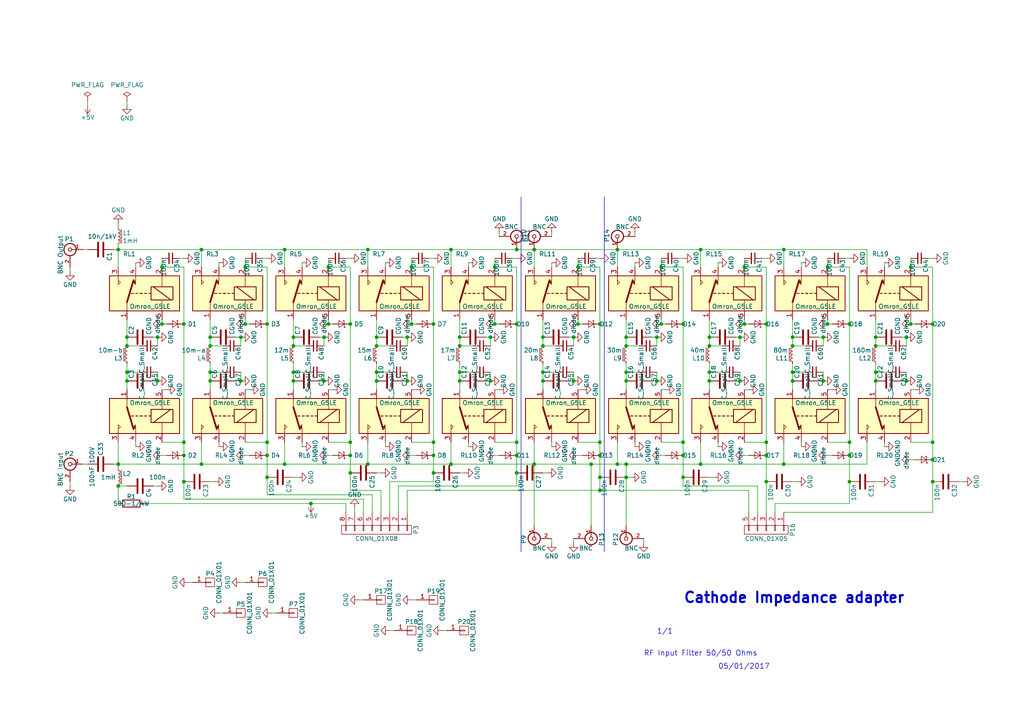
<source format=kicad_sch>
(kicad_sch (version 20230121) (generator eeschema)
  (paper "A4")
  (junction (at 246.38 128.27))
  (junction (at 53.34 93.98))
  (junction (at 227.33 134.62))
  (junction (at 125.73 132.08))
  (junction (at 77.47 132.08))
  (junction (at 95.25 93.98))
  (junction (at 53.34 132.08))
  (junction (at 205.74 107.95))
  (junction (at 198.12 93.98))
  (junction (at 215.9 77.47))
  (junction (at 106.68 72.39))
  (junction (at 125.73 128.27))
  (junction (at 77.47 128.27))
  (junction (at 222.25 132.08))
  (junction (at 36.83 100.33))
  (junction (at 69.85 97.79))
  (junction (at 229.87 110.49))
  (junction (at 85.09 100.33))
  (junction (at 133.35 97.79))
  (junction (at 34.29 140.97))
  (junction (at 118.11 110.49))
  (junction (at 149.86 132.08))
  (junction (at 133.35 110.49))
  (junction (at 229.87 97.79))
  (junction (at 254 97.79))
  (junction (at 214.63 110.49))
  (junction (at 143.51 93.98))
  (junction (at 203.2 72.39))
  (junction (at 154.94 72.39))
  (junction (at 181.61 110.49))
  (junction (at 109.22 110.49))
  (junction (at 198.12 132.08))
  (junction (at 133.35 107.95))
  (junction (at 36.83 107.95))
  (junction (at 240.03 77.47))
  (junction (at 198.12 138.43))
  (junction (at 198.12 128.27))
  (junction (at 125.73 93.98))
  (junction (at 227.33 72.39))
  (junction (at 58.42 134.62))
  (junction (at 181.61 97.79))
  (junction (at 36.83 97.79))
  (junction (at 262.89 110.49))
  (junction (at 229.87 100.33))
  (junction (at 254 100.33))
  (junction (at 53.34 128.27))
  (junction (at 203.2 134.62))
  (junction (at 205.74 110.49))
  (junction (at 101.6 93.98))
  (junction (at 179.07 134.62))
  (junction (at 93.98 97.79))
  (junction (at 58.42 72.39))
  (junction (at 270.51 93.98))
  (junction (at 166.37 110.49))
  (junction (at 157.48 100.33))
  (junction (at 142.24 97.79))
  (junction (at 69.85 110.49))
  (junction (at 149.86 137.16))
  (junction (at 190.5 97.79))
  (junction (at 246.38 132.08))
  (junction (at 60.96 97.79))
  (junction (at 143.51 77.47))
  (junction (at 101.6 137.16))
  (junction (at 101.6 132.08))
  (junction (at 53.34 139.7))
  (junction (at 214.63 97.79))
  (junction (at 46.99 93.98))
  (junction (at 82.55 134.62))
  (junction (at 238.76 97.79))
  (junction (at 191.77 77.47))
  (junction (at 173.99 138.43))
  (junction (at 222.25 93.98))
  (junction (at 191.77 93.98))
  (junction (at 109.22 107.95))
  (junction (at 222.25 128.27))
  (junction (at 45.72 97.79))
  (junction (at 181.61 100.33))
  (junction (at 154.94 134.62))
  (junction (at 34.29 134.62))
  (junction (at 270.51 128.27))
  (junction (at 264.16 77.47))
  (junction (at 229.87 107.95))
  (junction (at 173.99 132.08))
  (junction (at 119.38 93.98))
  (junction (at 130.81 72.39))
  (junction (at 173.99 142.24))
  (junction (at 106.68 134.62))
  (junction (at 205.74 97.79))
  (junction (at 262.89 97.79))
  (junction (at 166.37 97.79))
  (junction (at 270.51 139.7))
  (junction (at 95.25 77.47))
  (junction (at 36.83 110.49))
  (junction (at 85.09 97.79))
  (junction (at 215.9 93.98))
  (junction (at 85.09 110.49))
  (junction (at 60.96 100.33))
  (junction (at 77.47 138.43))
  (junction (at 133.35 100.33))
  (junction (at 142.24 110.49))
  (junction (at 190.5 110.49))
  (junction (at 77.47 93.98))
  (junction (at 181.61 107.95))
  (junction (at 246.38 139.7))
  (junction (at 109.22 97.79))
  (junction (at 130.81 134.62))
  (junction (at 181.61 138.43))
  (junction (at 85.09 107.95))
  (junction (at 60.96 110.49))
  (junction (at 264.16 93.98))
  (junction (at 167.64 77.47))
  (junction (at 119.38 77.47))
  (junction (at 205.74 100.33))
  (junction (at 173.99 93.98))
  (junction (at 60.96 107.95))
  (junction (at 246.38 93.98))
  (junction (at 118.11 97.79))
  (junction (at 71.12 77.47))
  (junction (at 171.45 134.62))
  (junction (at 179.07 72.39))
  (junction (at 46.99 77.47))
  (junction (at 109.22 100.33))
  (junction (at 181.61 134.62))
  (junction (at 157.48 110.49))
  (junction (at 149.86 93.98))
  (junction (at 90.17 146.05))
  (junction (at 254 107.95))
  (junction (at 173.99 128.27))
  (junction (at 82.55 72.39))
  (junction (at 240.03 93.98))
  (junction (at 149.86 128.27))
  (junction (at 254 110.49))
  (junction (at 238.76 110.49))
  (junction (at 45.72 110.49))
  (junction (at 167.64 93.98))
  (junction (at 93.98 110.49))
  (junction (at 71.12 93.98))
  (junction (at 270.51 133.35))
  (junction (at 125.73 137.16))
  (junction (at 222.25 139.7))
  (junction (at 101.6 128.27))
  (junction (at 157.48 107.95))
  (junction (at 149.86 72.39))
  (junction (at 157.48 97.79))
  (junction (at 34.29 72.39))
  (wire (pts (xy 237.49 110.49) (xy 238.76 110.49)))
  (wire (pts (xy 262.89 97.79) (xy 262.89 100.33)))
  (wire (pts (xy 264.16 77.47) (xy 264.16 74.93)))
  (wire (pts (xy 160.02 157.48) (xy 160.02 156.21)))
  (wire (pts (xy 39.37 77.47) (xy 39.37 76.2)))
  (wire (pts (xy 124.46 74.93) (xy 125.73 74.93)))
  (wire (pts (xy 240.03 113.03) (xy 241.3 113.03)))
  (wire (pts (xy 215.9 113.03) (xy 217.17 113.03)))
  (wire (pts (xy 130.81 72.39) (xy 149.86 72.39)))
  (wire (pts (xy 264.16 92.71) (xy 264.16 93.98)))
  (wire (pts (xy 215.9 77.47) (xy 215.9 74.93)))
  (wire (pts (xy 133.35 92.71) (xy 133.35 97.79)))
  (wire (pts (xy 133.35 97.79) (xy 133.35 100.33)))
  (wire (pts (xy 85.09 110.49) (xy 85.09 113.03)))
  (wire (pts (xy 191.77 93.98) (xy 193.04 93.98)))
  (wire (pts (xy 60.96 97.79) (xy 60.96 100.33)))
  (wire (pts (xy 116.84 97.79) (xy 118.11 97.79)))
  (wire (pts (xy 237.49 97.79) (xy 238.76 97.79)))
  (wire (pts (xy 133.35 107.95) (xy 133.35 110.49)))
  (wire (pts (xy 157.48 92.71) (xy 157.48 97.79)))
  (wire (pts (xy 119.38 93.98) (xy 120.65 93.98)))
  (wire (pts (xy 34.29 128.27) (xy 34.29 134.62)))
  (wire (pts (xy 46.99 93.98) (xy 48.26 93.98)))
  (wire (pts (xy 102.87 147.32) (xy 102.87 148.59)))
  (wire (pts (xy 261.62 110.49) (xy 262.89 110.49)))
  (wire (pts (xy 113.03 182.88) (xy 114.3 182.88)))
  (wire (pts (xy 157.48 100.33) (xy 161.29 100.33)))
  (wire (pts (xy 95.25 113.03) (xy 96.52 113.03)))
  (wire (pts (xy 63.5 177.8) (xy 64.77 177.8)))
  (wire (pts (xy 82.55 72.39) (xy 106.68 72.39)))
  (wire (pts (xy 254 139.7) (xy 255.27 139.7)))
  (wire (pts (xy 34.29 140.97) (xy 36.83 140.97)))
  (wire (pts (xy 224.79 148.59) (xy 224.79 146.05)))
  (wire (pts (xy 137.16 107.95) (xy 133.35 107.95)))
  (wire (pts (xy 245.11 74.93) (xy 246.38 74.93)))
  (wire (pts (xy 184.15 128.27) (xy 184.15 129.54)))
  (wire (pts (xy 101.6 77.47) (xy 101.6 93.98)))
  (wire (pts (xy 232.41 128.27) (xy 232.41 129.54)))
  (wire (pts (xy 149.86 137.16) (xy 149.86 140.97)))
  (wire (pts (xy 44.45 97.79) (xy 45.72 97.79)))
  (wire (pts (xy 189.23 110.49) (xy 190.5 110.49)))
  (wire (pts (xy 254 100.33) (xy 257.81 100.33)))
  (wire (pts (xy 41.91 146.05) (xy 90.17 146.05)))
  (wire (pts (xy 53.34 77.47) (xy 53.34 93.98)))
  (wire (pts (xy 125.73 132.08) (xy 125.73 137.16)))
  (wire (pts (xy 209.55 107.95) (xy 205.74 107.95)))
  (wire (pts (xy 149.86 128.27) (xy 149.86 132.08)))
  (wire (pts (xy 270.51 128.27) (xy 270.51 133.35)))
  (wire (pts (xy 46.99 113.03) (xy 48.26 113.03)))
  (wire (pts (xy 173.99 77.47) (xy 167.64 77.47)))
  (wire (pts (xy 116.84 110.49) (xy 118.11 110.49)))
  (wire (pts (xy 68.58 110.49) (xy 69.85 110.49)))
  (wire (pts (xy 157.48 105.41) (xy 157.48 107.95)))
  (wire (pts (xy 238.76 97.79) (xy 238.76 100.33)))
  (wire (pts (xy 77.47 93.98) (xy 77.47 128.27)))
  (wire (pts (xy 77.47 77.47) (xy 71.12 77.47)))
  (wire (pts (xy 69.85 110.49) (xy 69.85 107.95)))
  (wire (pts (xy 179.07 72.39) (xy 179.07 77.47)))
  (wire (pts (xy 33.02 134.62) (xy 34.29 134.62)))
  (wire (pts (xy 133.35 105.41) (xy 133.35 107.95)))
  (wire (pts (xy 154.94 128.27) (xy 154.94 134.62)))
  (wire (pts (xy 143.51 92.71) (xy 143.51 93.98)))
  (wire (pts (xy 77.47 138.43) (xy 77.47 143.51)))
  (wire (pts (xy 36.83 107.95) (xy 36.83 110.49)))
  (wire (pts (xy 173.99 132.08) (xy 173.99 138.43)))
  (wire (pts (xy 198.12 128.27) (xy 191.77 128.27)))
  (wire (pts (xy 205.74 110.49) (xy 205.74 113.03)))
  (wire (pts (xy 115.57 148.59) (xy 115.57 140.97)))
  (wire (pts (xy 135.89 128.27) (xy 135.89 129.54)))
  (wire (pts (xy 125.73 77.47) (xy 125.73 93.98)))
  (wire (pts (xy 36.83 105.41) (xy 36.83 107.95)))
  (wire (pts (xy 77.47 143.51) (xy 107.95 143.51)))
  (wire (pts (xy 181.61 152.4) (xy 181.61 138.43)))
  (wire (pts (xy 254 110.49) (xy 254 113.03)))
  (wire (pts (xy 36.83 97.79) (xy 36.83 100.33)))
  (wire (pts (xy 106.68 134.62) (xy 106.68 128.27)))
  (wire (pts (xy 191.77 92.71) (xy 191.77 93.98)))
  (wire (pts (xy 184.15 77.47) (xy 184.15 76.2)))
  (wire (pts (xy 246.38 128.27) (xy 240.03 128.27)))
  (wire (pts (xy 205.74 138.43) (xy 207.01 138.43)))
  (wire (pts (xy 246.38 77.47) (xy 240.03 77.47)))
  (wire (pts (xy 222.25 139.7) (xy 222.25 148.59)))
  (wire (pts (xy 92.71 97.79) (xy 93.98 97.79)))
  (wire (pts (xy 125.73 77.47) (xy 119.38 77.47)))
  (wire (pts (xy 173.99 128.27) (xy 167.64 128.27)))
  (wire (pts (xy 60.96 100.33) (xy 64.77 100.33)))
  (wire (pts (xy 149.86 77.47) (xy 143.51 77.47)))
  (wire (pts (xy 58.42 72.39) (xy 58.42 77.47)))
  (wire (pts (xy 222.25 77.47) (xy 222.25 93.98)))
  (wire (pts (xy 34.29 71.12) (xy 34.29 72.39)))
  (wire (pts (xy 208.28 128.27) (xy 208.28 129.54)))
  (wire (pts (xy 224.79 146.05) (xy 246.38 146.05)))
  (wire (pts (xy 160.02 67.31) (xy 160.02 68.58)))
  (wire (pts (xy 34.29 140.97) (xy 34.29 146.05)))
  (wire (pts (xy 205.74 107.95) (xy 205.74 110.49)))
  (wire (pts (xy 64.77 107.95) (xy 60.96 107.95)))
  (wire (pts (xy 109.22 92.71) (xy 109.22 97.79)))
  (wire (pts (xy 46.99 132.08) (xy 48.26 132.08)))
  (wire (pts (xy 251.46 134.62) (xy 251.46 128.27)))
  (wire (pts (xy 229.87 105.41) (xy 229.87 107.95)))
  (wire (pts (xy 100.33 74.93) (xy 101.6 74.93)))
  (wire (pts (xy 154.94 72.39) (xy 154.94 77.47)))
  (wire (pts (xy 215.9 93.98) (xy 217.17 93.98)))
  (wire (pts (xy 130.81 134.62) (xy 130.81 128.27)))
  (wire (pts (xy 53.34 139.7) (xy 53.34 144.78)))
  (wire (pts (xy 85.09 107.95) (xy 85.09 110.49)))
  (wire (pts (xy 181.61 107.95) (xy 181.61 110.49)))
  (wire (pts (xy 109.22 107.95) (xy 109.22 110.49)))
  (wire (pts (xy 254 107.95) (xy 254 110.49)))
  (wire (pts (xy 179.07 72.39) (xy 203.2 72.39)))
  (wire (pts (xy 118.11 148.59) (xy 118.11 142.24)))
  (wire (pts (xy 125.73 128.27) (xy 119.38 128.27)))
  (wire (pts (xy 167.64 92.71) (xy 167.64 93.98)))
  (wire (pts (xy 257.81 107.95) (xy 254 107.95)))
  (wire (pts (xy 109.22 137.16) (xy 110.49 137.16)))
  (wire (pts (xy 157.48 110.49) (xy 157.48 113.03)))
  (wire (pts (xy 179.07 134.62) (xy 181.61 134.62)))
  (wire (pts (xy 100.33 146.05) (xy 100.33 148.59)))
  (wire (pts (xy 222.25 93.98) (xy 222.25 128.27)))
  (wire (pts (xy 60.96 107.95) (xy 60.96 110.49)))
  (wire (pts (xy 36.83 92.71) (xy 36.83 97.79)))
  (wire (pts (xy 54.61 168.91) (xy 55.88 168.91)))
  (wire (pts (xy 264.16 93.98) (xy 265.43 93.98)))
  (wire (pts (xy 53.34 128.27) (xy 46.99 128.27)))
  (wire (pts (xy 238.76 110.49) (xy 238.76 107.95)))
  (wire (pts (xy 233.68 107.95) (xy 229.87 107.95)))
  (wire (pts (xy 78.74 177.8) (xy 80.01 177.8)))
  (wire (pts (xy 229.87 110.49) (xy 229.87 113.03)))
  (wire (pts (xy 181.61 138.43) (xy 182.88 138.43)))
  (wire (pts (xy 119.38 132.08) (xy 120.65 132.08)))
  (wire (pts (xy 143.51 132.08) (xy 144.78 132.08)))
  (wire (pts (xy 227.33 72.39) (xy 227.33 77.47)))
  (wire (pts (xy 154.94 72.39) (xy 179.07 72.39)))
  (wire (pts (xy 72.39 113.03) (xy 71.12 113.03)))
  (wire (pts (xy 113.03 139.7) (xy 125.73 139.7)))
  (wire (pts (xy 36.83 110.49) (xy 36.83 113.03)))
  (wire (pts (xy 240.03 132.08) (xy 241.3 132.08)))
  (wire (pts (xy 270.51 148.59) (xy 227.33 148.59)))
  (wire (pts (xy 160.02 128.27) (xy 160.02 129.54)))
  (wire (pts (xy 85.09 97.79) (xy 85.09 100.33)))
  (wire (pts (xy 171.45 152.4) (xy 171.45 134.62)))
  (wire (pts (xy 198.12 140.97) (xy 219.71 140.97)))
  (wire (pts (xy 39.37 128.27) (xy 39.37 129.54)))
  (wire (pts (xy 190.5 97.79) (xy 190.5 100.33)))
  (wire (pts (xy 161.29 107.95) (xy 157.48 107.95)))
  (wire (pts (xy 71.12 77.47) (xy 71.12 74.93)))
  (wire (pts (xy 88.9 107.95) (xy 85.09 107.95)))
  (wire (pts (xy 133.35 137.16) (xy 134.62 137.16)))
  (wire (pts (xy 133.35 110.49) (xy 133.35 113.03)))
  (wire (pts (xy 270.51 139.7) (xy 270.51 148.59)))
  (wire (pts (xy 246.38 128.27) (xy 246.38 132.08)))
  (wire (pts (xy 34.29 72.39) (xy 34.29 77.47)))
  (wire (pts (xy 181.61 97.79) (xy 181.61 100.33)))
  (wire (pts (xy 77.47 77.47) (xy 77.47 93.98)))
  (wire (pts (xy 203.2 134.62) (xy 203.2 128.27)))
  (wire (pts (xy 208.28 77.47) (xy 208.28 76.2)))
  (wire (pts (xy 213.36 110.49) (xy 214.63 110.49)))
  (wire (pts (xy 213.36 97.79) (xy 214.63 97.79)))
  (wire (pts (xy 214.63 110.49) (xy 214.63 107.95)))
  (wire (pts (xy 157.48 97.79) (xy 157.48 100.33)))
  (wire (pts (xy 227.33 72.39) (xy 251.46 72.39)))
  (wire (pts (xy 36.83 29.21) (xy 36.83 30.48)))
  (wire (pts (xy 198.12 93.98) (xy 198.12 128.27)))
  (wire (pts (xy 106.68 134.62) (xy 130.81 134.62)))
  (wire (pts (xy 181.61 110.49) (xy 181.61 113.03)))
  (wire (pts (xy 143.51 113.03) (xy 144.78 113.03)))
  (wire (pts (xy 95.25 92.71) (xy 95.25 93.98)))
  (wire (pts (xy 118.11 97.79) (xy 118.11 100.33)))
  (wire (pts (xy 140.97 110.49) (xy 142.24 110.49)))
  (wire (pts (xy 166.37 110.49) (xy 166.37 107.95)))
  (wire (pts (xy 203.2 134.62) (xy 227.33 134.62)))
  (wire (pts (xy 93.98 97.79) (xy 93.98 100.33)))
  (wire (pts (xy 44.45 110.49) (xy 45.72 110.49)))
  (wire (pts (xy 149.86 128.27) (xy 143.51 128.27)))
  (wire (pts (xy 130.81 134.62) (xy 154.94 134.62)))
  (wire (pts (xy 270.51 128.27) (xy 264.16 128.27)))
  (wire (pts (xy 173.99 77.47) (xy 173.99 93.98)))
  (wire (pts (xy 173.99 142.24) (xy 217.17 142.24)))
  (wire (pts (xy 269.24 74.93) (xy 270.51 74.93)))
  (wire (pts (xy 181.61 138.43) (xy 181.61 134.62)))
  (wire (pts (xy 101.6 137.16) (xy 101.6 142.24)))
  (wire (pts (xy 69.85 97.79) (xy 69.85 100.33)))
  (wire (pts (xy 264.16 133.35) (xy 265.43 133.35)))
  (wire (pts (xy 95.25 77.47) (xy 95.25 74.93)))
  (wire (pts (xy 181.61 100.33) (xy 185.42 100.33)))
  (wire (pts (xy 261.62 97.79) (xy 262.89 97.79)))
  (wire (pts (xy 46.99 92.71) (xy 46.99 93.98)))
  (wire (pts (xy 172.72 74.93) (xy 173.99 74.93)))
  (wire (pts (xy 63.5 128.27) (xy 63.5 129.54)))
  (wire (pts (xy 254 97.79) (xy 254 100.33)))
  (wire (pts (xy 191.77 77.47) (xy 198.12 77.47)))
  (wire (pts (xy 222.25 128.27) (xy 222.25 132.08)))
  (wire (pts (xy 60.96 105.41) (xy 60.96 107.95)))
  (wire (pts (xy 20.32 77.47) (xy 20.32 78.74)))
  (wire (pts (xy 113.03 148.59) (xy 113.03 139.7)))
  (wire (pts (xy 198.12 138.43) (xy 198.12 140.97)))
  (wire (pts (xy 143.51 77.47) (xy 143.51 74.93)))
  (wire (pts (xy 196.85 74.93) (xy 198.12 74.93)))
  (wire (pts (xy 58.42 134.62) (xy 58.42 128.27)))
  (wire (pts (xy 110.49 142.24) (xy 110.49 148.59)))
  (wire (pts (xy 149.86 132.08) (xy 149.86 137.16)))
  (polyline (pts (xy 175.26 160.02) (xy 175.26 57.15)))
  (wire (pts (xy 198.12 77.47) (xy 198.12 93.98)))
  (wire (pts (xy 109.22 110.49) (xy 109.22 113.03)))
  (wire (pts (xy 45.72 97.79) (xy 45.72 100.33)))
  (wire (pts (xy 165.1 110.49) (xy 166.37 110.49)))
  (wire (pts (xy 149.86 72.39) (xy 154.94 72.39)))
  (wire (pts (xy 198.12 132.08) (xy 198.12 138.43)))
  (wire (pts (xy 34.29 134.62) (xy 58.42 134.62)))
  (wire (pts (xy 205.74 92.71) (xy 205.74 97.79)))
  (wire (pts (xy 173.99 138.43) (xy 173.99 142.24)))
  (wire (pts (xy 106.68 72.39) (xy 106.68 77.47)))
  (wire (pts (xy 171.45 134.62) (xy 179.07 134.62)))
  (wire (pts (xy 34.29 134.62) (xy 34.29 135.89)))
  (wire (pts (xy 68.58 97.79) (xy 69.85 97.79)))
  (wire (pts (xy 191.77 113.03) (xy 193.04 113.03)))
  (wire (pts (xy 118.11 110.49) (xy 118.11 107.95)))
  (wire (pts (xy 149.86 77.47) (xy 149.86 93.98)))
  (wire (pts (xy 167.64 93.98) (xy 168.91 93.98)))
  (wire (pts (xy 190.5 110.49) (xy 190.5 107.95)))
  (wire (pts (xy 229.87 100.33) (xy 233.68 100.33)))
  (wire (pts (xy 106.68 72.39) (xy 130.81 72.39)))
  (wire (pts (xy 25.4 29.21) (xy 25.4 30.48)))
  (wire (pts (xy 113.03 107.95) (xy 109.22 107.95)))
  (wire (pts (xy 82.55 72.39) (xy 82.55 77.47)))
  (wire (pts (xy 184.15 67.31) (xy 184.15 68.58)))
  (wire (pts (xy 133.35 100.33) (xy 137.16 100.33)))
  (wire (pts (xy 140.97 97.79) (xy 142.24 97.79)))
  (wire (pts (xy 203.2 72.39) (xy 203.2 77.47)))
  (wire (pts (xy 58.42 72.39) (xy 82.55 72.39)))
  (wire (pts (xy 109.22 100.33) (xy 113.03 100.33)))
  (wire (pts (xy 76.2 74.93) (xy 77.47 74.93)))
  (wire (pts (xy 128.27 182.88) (xy 129.54 182.88)))
  (wire (pts (xy 278.13 139.7) (xy 279.4 139.7)))
  (wire (pts (xy 85.09 138.43) (xy 86.36 138.43)))
  (wire (pts (xy 254 92.71) (xy 254 97.79)))
  (wire (pts (xy 186.69 156.21) (xy 186.69 157.48)))
  (wire (pts (xy 24.13 72.39) (xy 25.4 72.39)))
  (wire (pts (xy 125.73 137.16) (xy 125.73 139.7)))
  (wire (pts (xy 77.47 128.27) (xy 71.12 128.27)))
  (wire (pts (xy 203.2 72.39) (xy 227.33 72.39)))
  (wire (pts (xy 87.63 77.47) (xy 87.63 76.2)))
  (wire (pts (xy 166.37 97.79) (xy 166.37 100.33)))
  (wire (pts (xy 189.23 97.79) (xy 190.5 97.79)))
  (wire (pts (xy 214.63 97.79) (xy 214.63 100.33)))
  (wire (pts (xy 101.6 93.98) (xy 101.6 128.27)))
  (wire (pts (xy 229.87 107.95) (xy 229.87 110.49)))
  (wire (pts (xy 69.85 168.91) (xy 71.12 168.91)))
  (wire (pts (xy 45.72 110.49) (xy 45.72 107.95)))
  (wire (pts (xy 222.25 128.27) (xy 215.9 128.27)))
  (wire (pts (xy 111.76 128.27) (xy 111.76 129.54)))
  (wire (pts (xy 93.98 110.49) (xy 93.98 107.95)))
  (wire (pts (xy 154.94 134.62) (xy 171.45 134.62)))
  (wire (pts (xy 222.25 77.47) (xy 215.9 77.47)))
  (wire (pts (xy 167.64 132.08) (xy 168.91 132.08)))
  (wire (pts (xy 101.6 132.08) (xy 101.6 137.16)))
  (wire (pts (xy 82.55 134.62) (xy 106.68 134.62)))
  (wire (pts (xy 240.03 92.71) (xy 240.03 93.98)))
  (wire (pts (xy 82.55 134.62) (xy 82.55 128.27)))
  (wire (pts (xy 191.77 74.93) (xy 191.77 77.47)))
  (polyline (pts (xy 151.13 160.02) (xy 151.13 57.15)))
  (wire (pts (xy 270.51 77.47) (xy 270.51 93.98)))
  (wire (pts (xy 157.48 107.95) (xy 157.48 110.49)))
  (wire (pts (xy 270.51 93.98) (xy 270.51 128.27)))
  (wire (pts (xy 119.38 113.03) (xy 120.65 113.03)))
  (wire (pts (xy 219.71 140.97) (xy 219.71 148.59)))
  (wire (pts (xy 85.09 92.71) (xy 85.09 97.79)))
  (wire (pts (xy 181.61 92.71) (xy 181.61 97.79)))
  (wire (pts (xy 90.17 146.05) (xy 100.33 146.05)))
  (wire (pts (xy 34.29 64.77) (xy 34.29 66.04)))
  (wire (pts (xy 205.74 100.33) (xy 209.55 100.33)))
  (wire (pts (xy 173.99 93.98) (xy 173.99 128.27)))
  (wire (pts (xy 160.02 77.47) (xy 160.02 76.2)))
  (wire (pts (xy 77.47 132.08) (xy 77.47 138.43)))
  (wire (pts (xy 111.76 77.47) (xy 111.76 76.2)))
  (wire (pts (xy 24.13 134.62) (xy 25.4 134.62)))
  (wire (pts (xy 246.38 139.7) (xy 246.38 146.05)))
  (wire (pts (xy 270.51 133.35) (xy 270.51 139.7)))
  (wire (pts (xy 101.6 77.47) (xy 95.25 77.47)))
  (wire (pts (xy 240.03 93.98) (xy 241.3 93.98)))
  (wire (pts (xy 44.45 140.97) (xy 45.72 140.97)))
  (wire (pts (xy 109.22 105.41) (xy 109.22 107.95)))
  (wire (pts (xy 181.61 105.41) (xy 181.61 107.95)))
  (wire (pts (xy 270.51 77.47) (xy 264.16 77.47)))
  (wire (pts (xy 154.94 134.62) (xy 154.94 152.4)))
  (wire (pts (xy 229.87 92.71) (xy 229.87 97.79)))
  (wire (pts (xy 142.24 110.49) (xy 142.24 107.95)))
  (wire (pts (xy 104.14 173.99) (xy 105.41 173.99)))
  (wire (pts (xy 246.38 77.47) (xy 246.38 93.98)))
  (wire (pts (xy 63.5 77.47) (xy 63.5 76.2)))
  (wire (pts (xy 60.96 110.49) (xy 60.96 113.03)))
  (wire (pts (xy 92.71 110.49) (xy 93.98 110.49)))
  (wire (pts (xy 119.38 173.99) (xy 120.65 173.99)))
  (wire (pts (xy 105.41 144.78) (xy 105.41 148.59)))
  (wire (pts (xy 77.47 128.27) (xy 77.47 132.08)))
  (wire (pts (xy 36.83 100.33) (xy 40.64 100.33)))
  (wire (pts (xy 101.6 142.24) (xy 110.49 142.24)))
  (wire (pts (xy 215.9 132.08) (xy 217.17 132.08)))
  (wire (pts (xy 205.74 97.79) (xy 205.74 100.33)))
  (wire (pts (xy 53.34 128.27) (xy 53.34 132.08)))
  (wire (pts (xy 95.25 93.98) (xy 96.52 93.98)))
  (wire (pts (xy 148.59 74.93) (xy 149.86 74.93)))
  (wire (pts (xy 240.03 77.47) (xy 240.03 74.93)))
  (wire (pts (xy 143.51 93.98) (xy 144.78 93.98)))
  (wire (pts (xy 118.11 142.24) (xy 173.99 142.24)))
  (wire (pts (xy 119.38 92.71) (xy 119.38 93.98)))
  (wire (pts (xy 130.81 72.39) (xy 130.81 77.47)))
  (wire (pts (xy 53.34 77.47) (xy 46.99 77.47)))
  (wire (pts (xy 198.12 128.27) (xy 198.12 132.08)))
  (wire (pts (xy 60.96 92.71) (xy 60.96 97.79)))
  (wire (pts (xy 60.96 139.7) (xy 62.23 139.7)))
  (wire (pts (xy 256.54 77.47) (xy 256.54 76.2)))
  (wire (pts (xy 229.87 97.79) (xy 229.87 100.33)))
  (wire (pts (xy 215.9 92.71) (xy 215.9 93.98)))
  (wire (pts (xy 262.89 110.49) (xy 262.89 107.95)))
  (wire (pts (xy 85.09 105.41) (xy 85.09 107.95)))
  (wire (pts (xy 217.17 142.24) (xy 217.17 148.59)))
  (wire (pts (xy 87.63 128.27) (xy 87.63 129.54)))
  (wire (pts (xy 246.38 132.08) (xy 246.38 139.7)))
  (wire (pts (xy 53.34 93.98) (xy 53.34 128.27)))
  (wire (pts (xy 167.64 77.47) (xy 167.64 74.93)))
  (wire (pts (xy 232.41 77.47) (xy 232.41 76.2)))
  (wire (pts (xy 85.09 100.33) (xy 88.9 100.33)))
  (wire (pts (xy 264.16 113.03) (xy 265.43 113.03)))
  (wire (pts (xy 52.07 74.93) (xy 53.34 74.93)))
  (wire (pts (xy 205.74 105.41) (xy 205.74 107.95)))
  (wire (pts (xy 95.25 132.08) (xy 96.52 132.08)))
  (wire (pts (xy 109.22 97.79) (xy 109.22 100.33)))
  (wire (pts (xy 173.99 128.27) (xy 173.99 132.08)))
  (wire (pts (xy 166.37 156.21) (xy 166.37 157.48)))
  (wire (pts (xy 179.07 134.62) (xy 179.07 128.27)))
  (wire (pts (xy 107.95 143.51) (xy 107.95 148.59)))
  (wire (pts (xy 227.33 134.62) (xy 227.33 128.27)))
  (wire (pts (xy 165.1 97.79) (xy 166.37 97.79)))
  (wire (pts (xy 33.02 72.39) (xy 34.29 72.39)))
  (wire (pts (xy 254 105.41) (xy 254 107.95)))
  (wire (pts (xy 119.38 77.47) (xy 119.38 74.93)))
  (wire (pts (xy 142.24 97.79) (xy 142.24 100.33)))
  (wire (pts (xy 115.57 140.97) (xy 149.86 140.97)))
  (wire (pts (xy 227.33 134.62) (xy 251.46 134.62)))
  (wire (pts (xy 181.61 134.62) (xy 203.2 134.62)))
  (wire (pts (xy 58.42 134.62) (xy 82.55 134.62)))
  (wire (pts (xy 101.6 128.27) (xy 101.6 132.08)))
  (wire (pts (xy 71.12 92.71) (xy 71.12 93.98)))
  (wire (pts (xy 222.25 132.08) (xy 222.25 139.7)))
  (wire (pts (xy 229.87 139.7) (xy 231.14 139.7)))
  (wire (pts (xy 256.54 128.27) (xy 256.54 129.54)))
  (wire (pts (xy 71.12 93.98) (xy 72.39 93.98)))
  (wire (pts (xy 53.34 132.08) (xy 53.34 139.7)))
  (wire (pts (xy 157.48 137.16) (xy 158.75 137.16)))
  (wire (pts (xy 246.38 93.98) (xy 246.38 128.27)))
  (wire (pts (xy 125.73 128.27) (xy 125.73 132.08)))
  (wire (pts (xy 71.12 132.08) (xy 72.39 132.08)))
  (wire (pts (xy 46.99 77.47) (xy 46.99 74.93)))
  (wire (pts (xy 191.77 132.08) (xy 193.04 132.08)))
  (wire (pts (xy 251.46 72.39) (xy 251.46 77.47)))
  (wire (pts (xy 185.42 107.95) (xy 181.61 107.95)))
  (wire (pts (xy 149.86 93.98) (xy 149.86 128.27)))
  (wire (pts (xy 167.64 113.03) (xy 168.91 113.03)))
  (wire (pts (xy 135.89 77.47) (xy 135.89 76.2)))
  (wire (pts (xy 20.32 139.7) (xy 20.32 140.97)))
  (wire (pts (xy 125.73 93.98) (xy 125.73 128.27)))
  (wire (pts (xy 101.6 128.27) (xy 95.25 128.27)))
  (wire (pts (xy 53.34 144.78) (xy 105.41 144.78)))
  (wire (pts (xy 220.98 74.93) (xy 222.25 74.93)))
  (wire (pts (xy 144.78 67.31) (xy 144.78 68.58)))
  (wire (pts (xy 34.29 72.39) (xy 58.42 72.39)))
  (wire (pts (xy 40.64 107.95) (xy 36.83 107.95)))
  (text "RF Input Filter 50/50 Ohms" (at 186.69 190.5 0) (effects (font (size 1.524 1.524)) (justify left bottom)))
  (text "1/1" (at 190.5 184.15 0) (effects (font (size 1.524 1.524)) (justify left bottom)))
  (text "05/01/2017\n" (at 208.28 194.31 0) (effects (font (size 1.524 1.524)) (justify left bottom)))
  (text "Cathode Impedance adapter " (at 198.12 175.26 0) (effects (font (size 2.9972 2.9972) (thickness 0.5994) bold) (justify left bottom)))
  (symbol (lib_id "filtre-In-rescue:L_Core_Ferrite_Small") (at 36.83 102.87 180) (unit 1)
    (property "Reference" "L3" (at 35.56 103.886 0) (effects (justify left)))
    (property "Value" "10m-b" (at 35.56 101.6 0) (effects (justify left)))
    (property "Footprint" "T80_60_V:T60_80_V" (effects hide))
  )
  (symbol (lib_id "filtre-In-rescue:C") (at 40.64 110.49 90) (unit 1)
    (property "Reference" "C3" (at 38.1 109.855 0) (effects (justify left)))
    (property "Value" "C" (at 43.18 109.855 0) (effects (justify left)))
    (property "Footprint" "Silver_Mica:silver_mica" (effects hide))
  )
  (symbol (lib_id "filtre-In-rescue:C") (at 40.64 97.79 90) (unit 1)
    (property "Reference" "C2" (at 38.1 97.155 0) (effects (justify left)))
    (property "Value" "C" (at 43.18 97.155 0) (effects (justify left)))
    (property "Footprint" "Silver_Mica:silver_mica" (effects hide))
  )
  (symbol (lib_id "filtre-In-rescue:GND") (at 45.72 110.49 90) (unit 1)
    (property "Reference" "#PWR01" (effects hide))
    (property "Value" "GND" (at 49.53 110.49 0))
  )
  (symbol (lib_id "filtre-In-rescue:GND") (at 45.72 97.79 90) (unit 1)
    (property "Reference" "#PWR02" (effects hide))
    (property "Value" "GND" (at 49.53 97.79 0))
  )
  (symbol (lib_id "filtre-In-rescue:GND") (at 39.37 129.54 90) (unit 1)
    (property "Reference" "#PWR03" (effects hide))
    (property "Value" "GND" (at 43.18 129.54 0))
  )
  (symbol (lib_id "filtre-In-rescue:GND") (at 39.37 76.2 90) (unit 1)
    (property "Reference" "#PWR04" (effects hide))
    (property "Value" "GND" (at 43.18 76.2 0))
  )
  (symbol (lib_id "filtre-In-rescue:L_Core_Ferrite_Small") (at 60.96 102.87 180) (unit 1)
    (property "Reference" "L4" (at 59.69 103.886 0) (effects (justify left)))
    (property "Value" "10m-a" (at 59.69 101.6 0) (effects (justify left)))
    (property "Footprint" "T80_60_V:T60_80_V" (effects hide))
  )
  (symbol (lib_id "filtre-In-rescue:C") (at 64.77 110.49 90) (unit 1)
    (property "Reference" "C6" (at 62.23 109.855 0) (effects (justify left)))
    (property "Value" "C" (at 67.31 109.855 0) (effects (justify left)))
    (property "Footprint" "Silver_Mica:silver_mica" (effects hide))
  )
  (symbol (lib_id "filtre-In-rescue:C") (at 64.77 97.79 90) (unit 1)
    (property "Reference" "C5" (at 62.23 97.155 0) (effects (justify left)))
    (property "Value" "C" (at 67.31 97.155 0) (effects (justify left)))
    (property "Footprint" "Silver_Mica:silver_mica" (effects hide))
  )
  (symbol (lib_id "filtre-In-rescue:GND") (at 69.85 110.49 90) (unit 1)
    (property "Reference" "#PWR05" (effects hide))
    (property "Value" "GND" (at 73.66 110.49 0))
  )
  (symbol (lib_id "filtre-In-rescue:GND") (at 69.85 97.79 90) (unit 1)
    (property "Reference" "#PWR06" (effects hide))
    (property "Value" "GND" (at 73.66 97.79 0))
  )
  (symbol (lib_id "filtre-In-rescue:GND") (at 63.5 129.54 90) (unit 1)
    (property "Reference" "#PWR07" (effects hide))
    (property "Value" "GND" (at 67.31 129.54 0))
  )
  (symbol (lib_id "filtre-In-rescue:GND") (at 63.5 76.2 90) (unit 1)
    (property "Reference" "#PWR08" (effects hide))
    (property "Value" "GND" (at 67.31 76.2 0))
  )
  (symbol (lib_id "filtre-In-rescue:L_Core_Ferrite_Small") (at 85.09 102.87 180) (unit 1)
    (property "Reference" "L5" (at 83.82 103.886 0) (effects (justify left)))
    (property "Value" "12m" (at 83.82 101.6 0) (effects (justify left)))
    (property "Footprint" "T80_60_V:T60_80_V" (effects hide))
  )
  (symbol (lib_id "filtre-In-rescue:C") (at 88.9 110.49 90) (unit 1)
    (property "Reference" "C8" (at 86.36 109.855 0) (effects (justify left)))
    (property "Value" "C" (at 91.44 109.855 0) (effects (justify left)))
    (property "Footprint" "Silver_Mica:silver_mica" (effects hide))
  )
  (symbol (lib_id "filtre-In-rescue:C") (at 88.9 97.79 90) (unit 1)
    (property "Reference" "C7" (at 86.36 97.155 0) (effects (justify left)))
    (property "Value" "C" (at 91.44 97.155 0) (effects (justify left)))
    (property "Footprint" "Silver_Mica:silver_mica" (effects hide))
  )
  (symbol (lib_id "filtre-In-rescue:GND") (at 93.98 110.49 90) (unit 1)
    (property "Reference" "#PWR09" (effects hide))
    (property "Value" "GND" (at 97.79 110.49 0))
  )
  (symbol (lib_id "filtre-In-rescue:GND") (at 93.98 97.79 90) (unit 1)
    (property "Reference" "#PWR010" (effects hide))
    (property "Value" "GND" (at 97.79 97.79 0))
  )
  (symbol (lib_id "filtre-In-rescue:GND") (at 87.63 129.54 90) (unit 1)
    (property "Reference" "#PWR011" (effects hide))
    (property "Value" "GND" (at 91.44 129.54 0))
  )
  (symbol (lib_id "filtre-In-rescue:GND") (at 87.63 76.2 90) (unit 1)
    (property "Reference" "#PWR012" (effects hide))
    (property "Value" "GND" (at 91.44 76.2 0))
  )
  (symbol (lib_id "filtre-In-rescue:L_Core_Ferrite_Small") (at 109.22 102.87 180) (unit 1)
    (property "Reference" "L6" (at 107.95 103.886 0) (effects (justify left)))
    (property "Value" "15m" (at 107.95 101.6 0) (effects (justify left)))
    (property "Footprint" "T80_60_V:T60_80_V" (effects hide))
  )
  (symbol (lib_id "filtre-In-rescue:C") (at 113.03 110.49 90) (unit 1)
    (property "Reference" "C10" (at 110.49 109.855 0) (effects (justify left)))
    (property "Value" "C" (at 115.57 109.855 0) (effects (justify left)))
    (property "Footprint" "Silver_Mica:silver_mica" (effects hide))
  )
  (symbol (lib_id "filtre-In-rescue:C") (at 113.03 97.79 90) (unit 1)
    (property "Reference" "C9" (at 110.49 97.155 0) (effects (justify left)))
    (property "Value" "C" (at 115.57 97.155 0) (effects (justify left)))
    (property "Footprint" "Silver_Mica:silver_mica" (effects hide))
  )
  (symbol (lib_id "filtre-In-rescue:GND") (at 118.11 110.49 90) (unit 1)
    (property "Reference" "#PWR013" (effects hide))
    (property "Value" "GND" (at 121.92 110.49 0))
  )
  (symbol (lib_id "filtre-In-rescue:GND") (at 118.11 97.79 90) (unit 1)
    (property "Reference" "#PWR014" (effects hide))
    (property "Value" "GND" (at 121.92 97.79 0))
  )
  (symbol (lib_id "filtre-In-rescue:GND") (at 111.76 129.54 90) (unit 1)
    (property "Reference" "#PWR015" (effects hide))
    (property "Value" "GND" (at 115.57 129.54 0))
  )
  (symbol (lib_id "filtre-In-rescue:GND") (at 111.76 76.2 90) (unit 1)
    (property "Reference" "#PWR016" (effects hide))
    (property "Value" "GND" (at 115.57 76.2 0))
  )
  (symbol (lib_id "filtre-In-rescue:L_Core_Ferrite_Small") (at 133.35 102.87 180) (unit 1)
    (property "Reference" "L7" (at 132.08 103.886 0) (effects (justify left)))
    (property "Value" "17m" (at 132.08 101.6 0) (effects (justify left)))
    (property "Footprint" "T80_60_V:T60_80_V" (effects hide))
  )
  (symbol (lib_id "filtre-In-rescue:C") (at 137.16 110.49 90) (unit 1)
    (property "Reference" "C12" (at 134.62 109.855 0) (effects (justify left)))
    (property "Value" "C" (at 139.7 109.855 0) (effects (justify left)))
    (property "Footprint" "Silver_Mica:silver_mica" (effects hide))
  )
  (symbol (lib_id "filtre-In-rescue:C") (at 137.16 97.79 90) (unit 1)
    (property "Reference" "C11" (at 134.62 97.155 0) (effects (justify left)))
    (property "Value" "C" (at 139.7 97.155 0) (effects (justify left)))
    (property "Footprint" "Silver_Mica:silver_mica" (effects hide))
  )
  (symbol (lib_id "filtre-In-rescue:GND") (at 142.24 110.49 90) (unit 1)
    (property "Reference" "#PWR017" (effects hide))
    (property "Value" "GND" (at 146.05 110.49 0))
  )
  (symbol (lib_id "filtre-In-rescue:GND") (at 142.24 97.79 90) (unit 1)
    (property "Reference" "#PWR018" (effects hide))
    (property "Value" "GND" (at 146.05 97.79 0))
  )
  (symbol (lib_id "filtre-In-rescue:GND") (at 135.89 129.54 90) (unit 1)
    (property "Reference" "#PWR019" (effects hide))
    (property "Value" "GND" (at 139.7 129.54 0))
  )
  (symbol (lib_id "filtre-In-rescue:GND") (at 135.89 76.2 90) (unit 1)
    (property "Reference" "#PWR020" (effects hide))
    (property "Value" "GND" (at 139.7 76.2 0))
  )
  (symbol (lib_id "filtre-In-rescue:L_Core_Ferrite_Small") (at 157.48 102.87 180) (unit 1)
    (property "Reference" "L8" (at 156.21 103.886 0) (effects (justify left)))
    (property "Value" "20m" (at 156.21 101.6 0) (effects (justify left)))
    (property "Footprint" "T80_60_V:T60_80_V" (effects hide))
  )
  (symbol (lib_id "filtre-In-rescue:C") (at 161.29 110.49 90) (unit 1)
    (property "Reference" "C14" (at 158.75 109.855 0) (effects (justify left)))
    (property "Value" "C" (at 163.83 109.855 0) (effects (justify left)))
    (property "Footprint" "Silver_Mica:silver_mica" (effects hide))
  )
  (symbol (lib_id "filtre-In-rescue:C") (at 161.29 97.79 90) (unit 1)
    (property "Reference" "C13" (at 158.75 97.155 0) (effects (justify left)))
    (property "Value" "C" (at 163.83 97.155 0) (effects (justify left)))
    (property "Footprint" "Silver_Mica:silver_mica" (effects hide))
  )
  (symbol (lib_id "filtre-In-rescue:GND") (at 166.37 110.49 90) (unit 1)
    (property "Reference" "#PWR021" (effects hide))
    (property "Value" "GND" (at 170.18 110.49 0))
  )
  (symbol (lib_id "filtre-In-rescue:GND") (at 166.37 97.79 90) (unit 1)
    (property "Reference" "#PWR022" (effects hide))
    (property "Value" "GND" (at 170.18 97.79 0))
  )
  (symbol (lib_id "filtre-In-rescue:GND") (at 160.02 129.54 90) (unit 1)
    (property "Reference" "#PWR023" (effects hide))
    (property "Value" "GND" (at 163.83 129.54 0))
  )
  (symbol (lib_id "filtre-In-rescue:GND") (at 160.02 76.2 90) (unit 1)
    (property "Reference" "#PWR024" (effects hide))
    (property "Value" "GND" (at 163.83 76.2 0))
  )
  (symbol (lib_id "filtre-In-rescue:L_Core_Ferrite_Small") (at 181.61 102.87 180) (unit 1)
    (property "Reference" "L9" (at 180.34 103.886 0) (effects (justify left)))
    (property "Value" "30m" (at 180.34 101.6 0) (effects (justify left)))
    (property "Footprint" "T80_60_V:T60_80_V" (effects hide))
  )
  (symbol (lib_id "filtre-In-rescue:C") (at 185.42 110.49 90) (unit 1)
    (property "Reference" "C16" (at 182.88 109.855 0) (effects (justify left)))
    (property "Value" "C" (at 187.96 109.855 0) (effects (justify left)))
    (property "Footprint" "Silver_Mica:silver_mica" (effects hide))
  )
  (symbol (lib_id "filtre-In-rescue:C") (at 185.42 97.79 90) (unit 1)
    (property "Reference" "C15" (at 182.88 97.155 0) (effects (justify left)))
    (property "Value" "C" (at 187.96 97.155 0) (effects (justify left)))
    (property "Footprint" "Silver_Mica:silver_mica" (effects hide))
  )
  (symbol (lib_id "filtre-In-rescue:GND") (at 190.5 110.49 90) (unit 1)
    (property "Reference" "#PWR025" (effects hide))
    (property "Value" "GND" (at 194.31 110.49 0))
  )
  (symbol (lib_id "filtre-In-rescue:GND") (at 190.5 97.79 90) (unit 1)
    (property "Reference" "#PWR026" (effects hide))
    (property "Value" "GND" (at 194.31 97.79 0))
  )
  (symbol (lib_id "filtre-In-rescue:GND") (at 184.15 129.54 90) (unit 1)
    (property "Reference" "#PWR027" (effects hide))
    (property "Value" "GND" (at 187.96 129.54 0))
  )
  (symbol (lib_id "filtre-In-rescue:GND") (at 184.15 76.2 90) (unit 1)
    (property "Reference" "#PWR028" (effects hide))
    (property "Value" "GND" (at 187.96 76.2 0))
  )
  (symbol (lib_id "filtre-In-rescue:L_Core_Ferrite_Small") (at 205.74 102.87 180) (unit 1)
    (property "Reference" "L10" (at 204.47 103.886 0) (effects (justify left)))
    (property "Value" "40m" (at 204.47 101.6 0) (effects (justify left)))
    (property "Footprint" "T80_60_V:T60_80_V" (effects hide))
  )
  (symbol (lib_id "filtre-In-rescue:C") (at 209.55 110.49 90) (unit 1)
    (property "Reference" "C18" (at 207.01 109.855 0) (effects (justify left)))
    (property "Value" "C" (at 212.09 109.855 0) (effects (justify left)))
    (property "Footprint" "Silver_Mica:silver_mica" (effects hide))
  )
  (symbol (lib_id "filtre-In-rescue:C") (at 209.55 97.79 90) (unit 1)
    (property "Reference" "C17" (at 207.01 97.155 0) (effects (justify left)))
    (property "Value" "C" (at 212.09 97.155 0) (effects (justify left)))
    (property "Footprint" "Silver_Mica:silver_mica" (effects hide))
  )
  (symbol (lib_id "filtre-In-rescue:GND") (at 214.63 110.49 90) (unit 1)
    (property "Reference" "#PWR029" (effects hide))
    (property "Value" "GND" (at 218.44 110.49 0))
  )
  (symbol (lib_id "filtre-In-rescue:GND") (at 214.63 97.79 90) (unit 1)
    (property "Reference" "#PWR030" (effects hide))
    (property "Value" "GND" (at 218.44 97.79 0))
  )
  (symbol (lib_id "filtre-In-rescue:GND") (at 208.28 129.54 90) (unit 1)
    (property "Reference" "#PWR031" (effects hide))
    (property "Value" "GND" (at 212.09 129.54 0))
  )
  (symbol (lib_id "filtre-In-rescue:GND") (at 208.28 76.2 90) (unit 1)
    (property "Reference" "#PWR032" (effects hide))
    (property "Value" "GND" (at 212.09 76.2 0))
  )
  (symbol (lib_id "filtre-In-rescue:L_Core_Ferrite_Small") (at 229.87 102.87 180) (unit 1)
    (property "Reference" "L11" (at 228.6 103.886 0) (effects (justify left)))
    (property "Value" "80m" (at 228.6 101.6 0) (effects (justify left)))
    (property "Footprint" "T80_60_V:T60_80_V" (effects hide))
  )
  (symbol (lib_id "filtre-In-rescue:C") (at 233.68 110.49 90) (unit 1)
    (property "Reference" "C20" (at 231.14 109.855 0) (effects (justify left)))
    (property "Value" "C" (at 236.22 109.855 0) (effects (justify left)))
    (property "Footprint" "Silver_Mica:silver_mica" (effects hide))
  )
  (symbol (lib_id "filtre-In-rescue:C") (at 233.68 97.79 90) (unit 1)
    (property "Reference" "C19" (at 231.14 97.155 0) (effects (justify left)))
    (property "Value" "C" (at 236.22 97.155 0) (effects (justify left)))
    (property "Footprint" "Silver_Mica:silver_mica" (effects hide))
  )
  (symbol (lib_id "filtre-In-rescue:GND") (at 238.76 110.49 90) (unit 1)
    (property "Reference" "#PWR033" (effects hide))
    (property "Value" "GND" (at 242.57 110.49 0))
  )
  (symbol (lib_id "filtre-In-rescue:GND") (at 238.76 97.79 90) (unit 1)
    (property "Reference" "#PWR034" (effects hide))
    (property "Value" "GND" (at 242.57 97.79 0))
  )
  (symbol (lib_id "filtre-In-rescue:GND") (at 232.41 129.54 90) (unit 1)
    (property "Reference" "#PWR035" (effects hide))
    (property "Value" "GND" (at 236.22 129.54 0))
  )
  (symbol (lib_id "filtre-In-rescue:GND") (at 232.41 76.2 90) (unit 1)
    (property "Reference" "#PWR036" (effects hide))
    (property "Value" "GND" (at 236.22 76.2 0))
  )
  (symbol (lib_id "filtre-In-rescue:L_Core_Ferrite_Small") (at 254 102.87 180) (unit 1)
    (property "Reference" "L12" (at 252.73 103.886 0) (effects (justify left)))
    (property "Value" "160m" (at 252.73 101.6 0) (effects (justify left)))
    (property "Footprint" "T80_60_V:T60_80_V" (effects hide))
  )
  (symbol (lib_id "filtre-In-rescue:C") (at 257.81 110.49 90) (unit 1)
    (property "Reference" "C22" (at 255.27 109.855 0) (effects (justify left)))
    (property "Value" "C" (at 260.35 109.855 0) (effects (justify left)))
    (property "Footprint" "Silver_Mica:silver_mica" (effects hide))
  )
  (symbol (lib_id "filtre-In-rescue:C") (at 257.81 97.79 90) (unit 1)
    (property "Reference" "C21" (at 255.27 97.155 0) (effects (justify left)))
    (property "Value" "C" (at 260.35 97.155 0) (effects (justify left)))
    (property "Footprint" "Silver_Mica:silver_mica" (effects hide))
  )
  (symbol (lib_id "filtre-In-rescue:GND") (at 262.89 110.49 90) (unit 1)
    (property "Reference" "#PWR037" (effects hide))
    (property "Value" "GND" (at 266.7 110.49 0))
  )
  (symbol (lib_id "filtre-In-rescue:GND") (at 262.89 97.79 90) (unit 1)
    (property "Reference" "#PWR038" (effects hide))
    (property "Value" "GND" (at 266.7 97.79 0))
  )
  (symbol (lib_id "filtre-In-rescue:GND") (at 256.54 129.54 90) (unit 1)
    (property "Reference" "#PWR039" (effects hide))
    (property "Value" "GND" (at 260.35 129.54 0))
  )
  (symbol (lib_id "filtre-In-rescue:GND") (at 256.54 76.2 90) (unit 1)
    (property "Reference" "#PWR040" (effects hide))
    (property "Value" "GND" (at 260.35 76.2 0))
  )
  (symbol (lib_id "filtre-In-rescue:C") (at 29.21 72.39 270) (unit 1)
    (property "Reference" "C1" (at 31.75 73.025 0) (effects (justify left)))
    (property "Value" "10n/1kV" (at 25.4 68.58 90) (effects (justify left)))
    (property "Footprint" "Silver_Mica:silver_mica" (effects hide))
  )
  (symbol (lib_id "filtre-In-rescue:L_Core_Ferrite_Small") (at 34.29 68.58 0) (unit 1)
    (property "Reference" "L1" (at 35.56 67.564 0) (effects (justify left)))
    (property "Value" "1mH" (at 35.56 69.85 0) (effects (justify left)))
    (property "Footprint" "Wurt_1mH:Wurt_1mH" (effects hide))
  )
  (symbol (lib_id "filtre-In-rescue:GND") (at 34.29 64.77 180) (unit 1)
    (property "Reference" "#PWR041" (effects hide))
    (property "Value" "GND" (at 34.29 60.96 0))
  )
  (symbol (lib_id "filtre-In-rescue:L_Core_Ferrite_Small") (at 34.29 138.43 0) (unit 1)
    (property "Reference" "L2" (at 35.56 137.414 0) (effects (justify left)))
    (property "Value" "1mH" (at 29.21 138.43 0) (effects (justify left)))
    (property "Footprint" "Wurt_1mH:Wurt_1mH" (effects hide))
  )
  (symbol (lib_id "filtre-In-rescue:C") (at 40.64 140.97 270) (unit 1)
    (property "Reference" "C4" (at 43.18 141.605 0) (effects (justify left)))
    (property "Value" "100n" (at 43.18 138.43 90) (effects (justify left)))
    (property "Footprint" "Capacitors_SMD:C_1206_HandSoldering" (effects hide))
  )
  (symbol (lib_id "filtre-In-rescue:GND") (at 45.72 140.97 90) (unit 1)
    (property "Reference" "#PWR042" (effects hide))
    (property "Value" "GND" (at 49.53 140.97 0))
  )
  (symbol (lib_id "filtre-In-rescue:BNC") (at 20.32 134.62 0) (mirror y) (unit 1)
    (property "Reference" "P2" (at 20.066 131.572 0))
    (property "Value" "BNC Input" (at 17.526 136.144 90))
    (property "Footprint" "Coax_2mm:coax_2mm" (effects hide))
  )
  (symbol (lib_id "filtre-In-rescue:BNC") (at 20.32 72.39 0) (mirror y) (unit 1)
    (property "Reference" "P1" (at 20.066 69.342 0))
    (property "Value" "BNC Output" (at 17.526 73.914 90))
    (property "Footprint" "Coax_2mm:coax_2mm" (effects hide))
  )
  (symbol (lib_id "filtre-In-rescue:GND") (at 20.32 78.74 0) (unit 1)
    (property "Reference" "#PWR043" (effects hide))
    (property "Value" "GND" (at 20.32 82.55 0))
  )
  (symbol (lib_id "filtre-In-rescue:GND") (at 20.32 140.97 0) (unit 1)
    (property "Reference" "#PWR044" (effects hide))
    (property "Value" "GND" (at 20.32 144.78 0))
  )
  (symbol (lib_id "filtre-In-rescue:+5V") (at 90.17 146.05 180) (unit 1)
    (property "Reference" "#PWR045" (effects hide))
    (property "Value" "+5V" (at 90.17 149.606 0))
  )
  (symbol (lib_id "filtre-In-rescue:+5V") (at 25.4 30.48 180) (unit 1)
    (property "Reference" "#PWR046" (effects hide))
    (property "Value" "+5V" (at 25.4 34.036 0))
  )
  (symbol (lib_id "filtre-In-rescue:GND") (at 36.83 30.48 0) (unit 1)
    (property "Reference" "#PWR047" (effects hide))
    (property "Value" "GND" (at 36.83 34.29 0))
  )
  (symbol (lib_id "filtre-In-rescue:PWR_FLAG") (at 25.4 29.21 0) (unit 1)
    (property "Reference" "#FLG048" (effects hide))
    (property "Value" "PWR_FLAG" (at 25.4 24.638 0))
  )
  (symbol (lib_id "filtre-In-rescue:PWR_FLAG") (at 36.83 29.21 0) (unit 1)
    (property "Reference" "#FLG049" (effects hide))
    (property "Value" "PWR_FLAG" (at 36.83 24.638 0))
  )
  (symbol (lib_id "filtre-In-rescue:R") (at 38.1 146.05 90) (unit 1)
    (property "Reference" "R1" (at 38.1 144.018 90))
    (property "Value" "500-1/4W" (at 38.1 146.05 90))
    (property "Footprint" "Resistors_THT:R_Axial_DIN0411_L9.9mm_D3.6mm_P12.70mm_Horizontal" (effects hide))
  )
  (symbol (lib_id "filtre-In-rescue:D_Schottky_Small") (at 50.8 132.08 180) (unit 1)
    (property "Reference" "D2" (at 57.15 132.08 0) (effects (justify left)))
    (property "Value" "diode" (at 45.72 129.54 90) (effects (justify left)))
    (property "Footprint" "Diodes_SMD:D_SMB_Handsoldering" (effects hide))
  )
  (symbol (lib_id "filtre-In-rescue:C") (at 274.32 139.7 270) (unit 1)
    (property "Reference" "C32" (at 276.86 140.335 0) (effects (justify left)))
    (property "Value" "100n" (at 271.78 140.335 0) (effects (justify left)))
    (property "Footprint" "Capacitors_SMD:C_1206_HandSoldering" (effects hide))
  )
  (symbol (lib_id "filtre-In-rescue:GND") (at 279.4 139.7 90) (unit 1)
    (property "Reference" "#PWR050" (effects hide))
    (property "Value" "GND" (at 283.21 139.7 0))
  )
  (symbol (lib_id "filtre-In-rescue:C") (at 57.15 139.7 270) (unit 1)
    (property "Reference" "C23" (at 59.69 140.335 0) (effects (justify left)))
    (property "Value" "100n" (at 54.61 140.335 0) (effects (justify left)))
    (property "Footprint" "Capacitors_SMD:C_1206_HandSoldering" (effects hide))
  )
  (symbol (lib_id "filtre-In-rescue:GND") (at 62.23 139.7 90) (unit 1)
    (property "Reference" "#PWR051" (effects hide))
    (property "Value" "GND" (at 66.04 139.7 0))
  )
  (symbol (lib_id "filtre-In-rescue:C") (at 81.28 138.43 270) (unit 1)
    (property "Reference" "C24" (at 83.82 139.065 0) (effects (justify left)))
    (property "Value" "100n" (at 78.74 139.065 0) (effects (justify left)))
    (property "Footprint" "Capacitors_SMD:C_1206_HandSoldering" (effects hide))
  )
  (symbol (lib_id "filtre-In-rescue:GND") (at 86.36 138.43 90) (unit 1)
    (property "Reference" "#PWR052" (effects hide))
    (property "Value" "GND" (at 90.17 138.43 0))
  )
  (symbol (lib_id "filtre-In-rescue:C") (at 105.41 137.16 270) (unit 1)
    (property "Reference" "C25" (at 107.95 137.795 0) (effects (justify left)))
    (property "Value" "100n" (at 102.87 137.795 0) (effects (justify left)))
    (property "Footprint" "Capacitors_SMD:C_1206_HandSoldering" (effects hide))
  )
  (symbol (lib_id "filtre-In-rescue:GND") (at 110.49 137.16 90) (unit 1)
    (property "Reference" "#PWR053" (effects hide))
    (property "Value" "GND" (at 114.3 137.16 0))
  )
  (symbol (lib_id "filtre-In-rescue:C") (at 129.54 137.16 270) (unit 1)
    (property "Reference" "C26" (at 132.08 137.795 0) (effects (justify left)))
    (property "Value" "100n" (at 127 137.795 0) (effects (justify left)))
    (property "Footprint" "Capacitors_SMD:C_1206_HandSoldering" (effects hide))
  )
  (symbol (lib_id "filtre-In-rescue:GND") (at 134.62 137.16 90) (unit 1)
    (property "Reference" "#PWR054" (effects hide))
    (property "Value" "GND" (at 138.43 137.16 0))
  )
  (symbol (lib_id "filtre-In-rescue:C") (at 153.67 137.16 270) (unit 1)
    (property "Reference" "C27" (at 156.21 137.795 0) (effects (justify left)))
    (property "Value" "100n" (at 151.13 137.795 0) (effects (justify left)))
    (property "Footprint" "Capacitors_SMD:C_1206_HandSoldering" (effects hide))
  )
  (symbol (lib_id "filtre-In-rescue:GND") (at 158.75 137.16 90) (unit 1)
    (property "Reference" "#PWR055" (effects hide))
    (property "Value" "GND" (at 162.56 137.16 0))
  )
  (symbol (lib_id "filtre-In-rescue:C") (at 177.8 138.43 270) (unit 1)
    (property "Reference" "C28" (at 180.34 139.065 0) (effects (justify left)))
    (property "Value" "100n" (at 175.26 139.065 0) (effects (justify left)))
    (property "Footprint" "Capacitors_SMD:C_1206_HandSoldering" (effects hide))
  )
  (symbol (lib_id "filtre-In-rescue:GND") (at 182.88 138.43 90) (unit 1)
    (property "Reference" "#PWR056" (effects hide))
    (property "Value" "GND" (at 186.69 138.43 0))
  )
  (symbol (lib_id "filtre-In-rescue:C") (at 201.93 138.43 270) (unit 1)
    (property "Reference" "C29" (at 204.47 139.065 0) (effects (justify left)))
    (property "Value" "100n" (at 199.39 139.065 0) (effects (justify left)))
    (property "Footprint" "Capacitors_SMD:C_1206_HandSoldering" (effects hide))
  )
  (symbol (lib_id "filtre-In-rescue:GND") (at 207.01 138.43 90) (unit 1)
    (property "Reference" "#PWR057" (effects hide))
    (property "Value" "GND" (at 210.82 138.43 0))
  )
  (symbol (lib_id "filtre-In-rescue:C") (at 226.06 139.7 270) (unit 1)
    (property "Reference" "C30" (at 228.6 140.335 0) (effects (justify left)))
    (property "Value" "100n" (at 223.52 140.335 0) (effects (justify left)))
    (property "Footprint" "Capacitors_SMD:C_1206_HandSoldering" (effects hide))
  )
  (symbol (lib_id "filtre-In-rescue:GND") (at 231.14 139.7 90) (unit 1)
    (property "Reference" "#PWR058" (effects hide))
    (property "Value" "GND" (at 234.95 139.7 0))
  )
  (symbol (lib_id "filtre-In-rescue:C") (at 250.19 139.7 270) (unit 1)
    (property "Reference" "C31" (at 252.73 140.335 0) (effects (justify left)))
    (property "Value" "100n" (at 247.65 140.335 0) (effects (justify left)))
    (property "Footprint" "Capacitors_SMD:C_1206_HandSoldering" (effects hide))
  )
  (symbol (lib_id "filtre-In-rescue:GND") (at 255.27 139.7 90) (unit 1)
    (property "Reference" "#PWR059" (effects hide))
    (property "Value" "GND" (at 259.08 139.7 0))
  )
  (symbol (lib_id "filtre-In-rescue:Omron_G5LE") (at 259.08 120.65 180) (unit 1)
    (property "Reference" "RL20" (at 259.08 132.08 0) (effects (justify left)))
    (property "Value" "Omron_G5LE" (at 266.7 116.84 0) (effects (justify left)))
    (property "Footprint" "Omron_G5LE:Omron_G5LE" (effects hide))
  )
  (symbol (lib_id "filtre-In-rescue:CONN_01X01") (at 76.2 168.91 0) (unit 1)
    (property "Reference" "P6" (at 76.2 166.37 0))
    (property "Value" "CONN_01X01" (at 78.74 168.91 90))
    (property "Footprint" "Connect:1pin" (effects hide))
  )
  (symbol (lib_id "filtre-In-rescue:GND") (at 69.85 168.91 270) (unit 1)
    (property "Reference" "#PWR060" (effects hide))
    (property "Value" "GND" (at 66.04 168.91 0))
  )
  (symbol (lib_id "filtre-In-rescue:CONN_01X01") (at 60.96 168.91 0) (unit 1)
    (property "Reference" "P4" (at 60.96 166.37 0))
    (property "Value" "CONN_01X01" (at 63.5 168.91 90))
    (property "Footprint" "Connect:1pin" (effects hide))
  )
  (symbol (lib_id "filtre-In-rescue:GND") (at 54.61 168.91 270) (unit 1)
    (property "Reference" "#PWR061" (effects hide))
    (property "Value" "GND" (at 50.8 168.91 0))
  )
  (symbol (lib_id "filtre-In-rescue:CONN_01X01") (at 85.09 177.8 0) (unit 1)
    (property "Reference" "P7" (at 85.09 175.26 0))
    (property "Value" "CONN_01X01" (at 87.63 177.8 90))
    (property "Footprint" "Connect:1pin" (effects hide))
  )
  (symbol (lib_id "filtre-In-rescue:GND") (at 78.74 177.8 270) (unit 1)
    (property "Reference" "#PWR062" (effects hide))
    (property "Value" "GND" (at 74.93 177.8 0))
  )
  (symbol (lib_id "filtre-In-rescue:CONN_01X01") (at 69.85 177.8 0) (unit 1)
    (property "Reference" "P5" (at 69.85 175.26 0))
    (property "Value" "CONN_01X01" (at 72.39 177.8 90))
    (property "Footprint" "Connect:1pin" (effects hide))
  )
  (symbol (lib_id "filtre-In-rescue:GND") (at 63.5 177.8 270) (unit 1)
    (property "Reference" "#PWR063" (effects hide))
    (property "Value" "GND" (at 59.69 177.8 0))
  )
  (symbol (lib_id "filtre-In-rescue:Omron_G5LE") (at 41.91 85.09 0) (mirror y) (unit 1)
    (property "Reference" "RL1" (at 39.37 73.66 0) (effects (justify left)))
    (property "Value" "Omron_G5LE" (at 49.53 88.9 0) (effects (justify left)))
    (property "Footprint" "Omron_G5LE:Omron_G5LE" (effects hide))
  )
  (symbol (lib_id "filtre-In-rescue:Omron_G5LE") (at 66.04 85.09 0) (mirror y) (unit 1)
    (property "Reference" "RL3" (at 63.5 73.66 0) (effects (justify left)))
    (property "Value" "Omron_G5LE" (at 73.66 88.9 0) (effects (justify left)))
    (property "Footprint" "Omron_G5LE:Omron_G5LE" (effects hide))
  )
  (symbol (lib_id "filtre-In-rescue:Omron_G5LE") (at 90.17 85.09 0) (mirror y) (unit 1)
    (property "Reference" "RL5" (at 87.63 73.66 0) (effects (justify left)))
    (property "Value" "Omron_G5LE" (at 97.79 88.9 0) (effects (justify left)))
    (property "Footprint" "Omron_G5LE:Omron_G5LE" (effects hide))
  )
  (symbol (lib_id "filtre-In-rescue:Omron_G5LE") (at 114.3 85.09 0) (mirror y) (unit 1)
    (property "Reference" "RL7" (at 111.76 73.66 0) (effects (justify left)))
    (property "Value" "Omron_G5LE" (at 121.92 88.9 0) (effects (justify left)))
    (property "Footprint" "Omron_G5LE:Omron_G5LE" (effects hide))
  )
  (symbol (lib_id "filtre-In-rescue:Omron_G5LE") (at 138.43 85.09 0) (mirror y) (unit 1)
    (property "Reference" "RL9" (at 135.89 73.66 0) (effects (justify left)))
    (property "Value" "Omron_G5LE" (at 146.05 88.9 0) (effects (justify left)))
    (property "Footprint" "Omron_G5LE:Omron_G5LE" (effects hide))
  )
  (symbol (lib_id "filtre-In-rescue:Omron_G5LE") (at 162.56 85.09 0) (mirror y) (unit 1)
    (property "Reference" "RL11" (at 161.29 73.66 0) (effects (justify left)))
    (property "Value" "Omron_G5LE" (at 170.18 88.9 0) (effects (justify left)))
    (property "Footprint" "Omron_G5LE:Omron_G5LE" (effects hide))
  )
  (symbol (lib_id "filtre-In-rescue:Omron_G5LE") (at 186.69 85.09 0) (mirror y) (unit 1)
    (property "Reference" "RL13" (at 185.42 73.66 0) (effects (justify left)))
    (property "Value" "Omron_G5LE" (at 194.31 88.9 0) (effects (justify left)))
    (property "Footprint" "Omron_G5LE:Omron_G5LE" (effects hide))
  )
  (symbol (lib_id "filtre-In-rescue:Omron_G5LE") (at 210.82 85.09 0) (mirror y) (unit 1)
    (property "Reference" "RL15" (at 209.55 73.66 0) (effects (justify left)))
    (property "Value" "Omron_G5LE" (at 218.44 88.9 0) (effects (justify left)))
    (property "Footprint" "Omron_G5LE:Omron_G5LE" (effects hide))
  )
  (symbol (lib_id "filtre-In-rescue:Omron_G5LE") (at 234.95 85.09 0) (mirror y) (unit 1)
    (property "Reference" "RL17" (at 233.68 73.66 0) (effects (justify left)))
    (property "Value" "Omron_G5LE" (at 242.57 88.9 0) (effects (justify left)))
    (property "Footprint" "Omron_G5LE:Omron_G5LE" (effects hide))
  )
  (symbol (lib_id "filtre-In-rescue:Omron_G5LE") (at 259.08 85.09 0) (mirror y) (unit 1)
    (property "Reference" "RL19" (at 257.81 73.66 0) (effects (justify left)))
    (property "Value" "Omron_G5LE" (at 266.7 88.9 0) (effects (justify left)))
    (property "Footprint" "Omron_G5LE:Omron_G5LE" (effects hide))
  )
  (symbol (lib_id "filtre-In-rescue:Omron_G5LE") (at 41.91 120.65 180) (unit 1)
    (property "Reference" "RL2" (at 41.91 132.08 0) (effects (justify left)))
    (property "Value" "Omron_G5LE" (at 49.53 116.84 0) (effects (justify left)))
    (property "Footprint" "Omron_G5LE:Omron_G5LE" (effects hide))
  )
  (symbol (lib_id "filtre-In-rescue:Omron_G5LE") (at 66.04 120.65 180) (unit 1)
    (property "Reference" "RL4" (at 66.04 132.08 0) (effects (justify left)))
    (property "Value" "Omron_G5LE" (at 73.66 116.84 0) (effects (justify left)))
    (property "Footprint" "Omron_G5LE:Omron_G5LE" (effects hide))
  )
  (symbol (lib_id "filtre-In-rescue:Omron_G5LE") (at 90.17 120.65 180) (unit 1)
    (property "Reference" "RL6" (at 90.17 132.08 0) (effects (justify left)))
    (property "Value" "Omron_G5LE" (at 97.79 116.84 0) (effects (justify left)))
    (property "Footprint" "Omron_G5LE:Omron_G5LE" (effects hide))
  )
  (symbol (lib_id "filtre-In-rescue:Omron_G5LE") (at 114.3 120.65 180) (unit 1)
    (property "Reference" "RL8" (at 114.3 132.08 0) (effects (justify left)))
    (property "Value" "Omron_G5LE" (at 121.92 116.84 0) (effects (justify left)))
    (property "Footprint" "Omron_G5LE:Omron_G5LE" (effects hide))
  )
  (symbol (lib_id "filtre-In-rescue:Omron_G5LE") (at 138.43 120.65 180) (unit 1)
    (property "Reference" "RL10" (at 138.43 132.08 0) (effects (justify left)))
    (property "Value" "Omron_G5LE" (at 146.05 116.84 0) (effects (justify left)))
    (property "Footprint" "Omron_G5LE:Omron_G5LE" (effects hide))
  )
  (symbol (lib_id "filtre-In-rescue:Omron_G5LE") (at 162.56 120.65 180) (unit 1)
    (property "Reference" "RL12" (at 162.56 132.08 0) (effects (justify left)))
    (property "Value" "Omron_G5LE" (at 170.18 116.84 0) (effects (justify left)))
    (property "Footprint" "Omron_G5LE:Omron_G5LE" (effects hide))
  )
  (symbol (lib_id "filtre-In-rescue:Omron_G5LE") (at 186.69 120.65 180) (unit 1)
    (property "Reference" "RL14" (at 186.69 132.08 0) (effects (justify left)))
    (property "Value" "Omron_G5LE" (at 194.31 116.84 0) (effects (justify left)))
    (property "Footprint" "Omron_G5LE:Omron_G5LE" (effects hide))
  )
  (symbol (lib_id "filtre-In-rescue:Omron_G5LE") (at 210.82 120.65 180) (unit 1)
    (property "Reference" "RL16" (at 210.82 132.08 0) (effects (justify left)))
    (property "Value" "Omron_G5LE" (at 218.44 116.84 0) (effects (justify left)))
    (property "Footprint" "Omron_G5LE:Omron_G5LE" (effects hide))
  )
  (symbol (lib_id "filtre-In-rescue:Omron_G5LE") (at 234.95 120.65 180) (unit 1)
    (property "Reference" "RL18" (at 234.95 132.08 0) (effects (justify left)))
    (property "Value" "Omron_G5LE" (at 242.57 116.84 0) (effects (justify left)))
    (property "Footprint" "Omron_G5LE:Omron_G5LE" (effects hide))
  )
  (symbol (lib_id "filtre-In-rescue:C") (at 29.21 134.62 270) (unit 1)
    (property "Reference" "C33" (at 29.21 128.27 0) (effects (justify left)))
    (property "Value" "100nF 100V" (at 26.67 129.54 0) (effects (justify left)))
    (property "Footprint" "Capacitors_SMD:C_1206_HandSoldering" (effects hide))
  )
  (symbol (lib_id "filtre-In-rescue:GND") (at 46.99 132.08 270) (unit 1)
    (property "Reference" "#PWR064" (effects hide))
    (property "Value" "GND" (at 43.18 132.08 0))
  )
  (symbol (lib_id "filtre-In-rescue:D_Schottky_Small") (at 74.93 132.08 180) (unit 1)
    (property "Reference" "D4" (at 81.28 132.08 0) (effects (justify left)))
    (property "Value" "diode" (at 69.85 129.54 90) (effects (justify left)))
    (property "Footprint" "Diodes_SMD:D_SMB_Handsoldering" (effects hide))
  )
  (symbol (lib_id "filtre-In-rescue:GND") (at 71.12 132.08 270) (unit 1)
    (property "Reference" "#PWR065" (effects hide))
    (property "Value" "GND" (at 67.31 132.08 0))
  )
  (symbol (lib_id "filtre-In-rescue:D_Schottky_Small") (at 99.06 132.08 180) (unit 1)
    (property "Reference" "D6" (at 105.41 132.08 0) (effects (justify left)))
    (property "Value" "diode" (at 93.98 129.54 90) (effects (justify left)))
    (property "Footprint" "Diodes_SMD:D_SMB_Handsoldering" (effects hide))
  )
  (symbol (lib_id "filtre-In-rescue:GND") (at 95.25 132.08 270) (unit 1)
    (property "Reference" "#PWR066" (effects hide))
    (property "Value" "GND" (at 91.44 132.08 0))
  )
  (symbol (lib_id "filtre-In-rescue:D_Schottky_Small") (at 123.19 132.08 180) (unit 1)
    (property "Reference" "D8" (at 129.54 132.08 0) (effects (justify left)))
    (property "Value" "diode" (at 118.11 129.54 90) (effects (justify left)))
    (property "Footprint" "Diodes_SMD:D_SMB_Handsoldering" (effects hide))
  )
  (symbol (lib_id "filtre-In-rescue:GND") (at 119.38 132.08 270) (unit 1)
    (property "Reference" "#PWR067" (effects hide))
    (property "Value" "GND" (at 115.57 132.08 0))
  )
  (symbol (lib_id "filtre-In-rescue:D_Schottky_Small") (at 147.32 132.08 180) (unit 1)
    (property "Reference" "D11" (at 153.67 132.08 0) (effects (justify left)))
    (property "Value" "diode" (at 142.24 129.54 90) (effects (justify left)))
    (property "Footprint" "Diodes_SMD:D_SMB_Handsoldering" (effects hide))
  )
  (symbol (lib_id "filtre-In-rescue:GND") (at 143.51 132.08 270) (unit 1)
    (property "Reference" "#PWR068" (effects hide))
    (property "Value" "GND" (at 139.7 132.08 0))
  )
  (symbol (lib_id "filtre-In-rescue:D_Schottky_Small") (at 171.45 132.08 180) (unit 1)
    (property "Reference" "D13" (at 177.8 132.08 0) (effects (justify left)))
    (property "Value" "diode" (at 166.37 129.54 90) (effects (justify left)))
    (property "Footprint" "Diodes_SMD:D_SMB_Handsoldering" (effects hide))
  )
  (symbol (lib_id "filtre-In-rescue:GND") (at 167.64 132.08 270) (unit 1)
    (property "Reference" "#PWR069" (effects hide))
    (property "Value" "GND" (at 163.83 132.08 0))
  )
  (symbol (lib_id "filtre-In-rescue:D_Schottky_Small") (at 195.58 132.08 180) (unit 1)
    (property "Reference" "D15" (at 201.93 132.08 0) (effects (justify left)))
    (property "Value" "diode" (at 190.5 129.54 90) (effects (justify left)))
    (property "Footprint" "Diodes_SMD:D_SMB_Handsoldering" (effects hide))
  )
  (symbol (lib_id "filtre-In-rescue:GND") (at 191.77 132.08 270) (unit 1)
    (property "Reference" "#PWR070" (effects hide))
    (property "Value" "GND" (at 187.96 132.08 0))
  )
  (symbol (lib_id "filtre-In-rescue:D_Schottky_Small") (at 219.71 132.08 180) (unit 1)
    (property "Reference" "D17" (at 226.06 132.08 0) (effects (justify left)))
    (property "Value" "diode" (at 214.63 129.54 90) (effects (justify left)))
    (property "Footprint" "Diodes_SMD:D_SMB_Handsoldering" (effects hide))
  )
  (symbol (lib_id "filtre-In-rescue:GND") (at 215.9 132.08 270) (unit 1)
    (property "Reference" "#PWR071" (effects hide))
    (property "Value" "GND" (at 212.09 132.08 0))
  )
  (symbol (lib_id "filtre-In-rescue:D_Schottky_Small") (at 243.84 132.08 180) (unit 1)
    (property "Reference" "D19" (at 250.19 132.08 0) (effects (justify left)))
    (property "Value" "diode" (at 238.76 129.54 90) (effects (justify left)))
    (property "Footprint" "Diodes_SMD:D_SMB_Handsoldering" (effects hide))
  )
  (symbol (lib_id "filtre-In-rescue:GND") (at 240.03 132.08 270) (unit 1)
    (property "Reference" "#PWR072" (effects hide))
    (property "Value" "GND" (at 236.22 132.08 0))
  )
  (symbol (lib_id "filtre-In-rescue:D_Schottky_Small") (at 267.97 133.35 180) (unit 1)
    (property "Reference" "D21" (at 274.32 133.35 0) (effects (justify left)))
    (property "Value" "diode" (at 262.89 130.81 90) (effects (justify left)))
    (property "Footprint" "Diodes_SMD:D_SMB_Handsoldering" (effects hide))
  )
  (symbol (lib_id "filtre-In-rescue:GND") (at 264.16 133.35 270) (unit 1)
    (property "Reference" "#PWR073" (effects hide))
    (property "Value" "GND" (at 260.35 133.35 0))
  )
  (symbol (lib_id "filtre-In-rescue:D_Schottky_Small") (at 50.8 93.98 180) (unit 1)
    (property "Reference" "D1" (at 57.15 93.98 0) (effects (justify left)))
    (property "Value" "diode" (at 45.72 91.44 90) (effects (justify left)))
    (property "Footprint" "Diodes_SMD:D_SMB_Handsoldering" (effects hide))
  )
  (symbol (lib_id "filtre-In-rescue:GND") (at 46.99 93.98 270) (unit 1)
    (property "Reference" "#PWR074" (effects hide))
    (property "Value" "GND" (at 43.18 93.98 0))
  )
  (symbol (lib_id "filtre-In-rescue:D_Schottky_Small") (at 74.93 93.98 180) (unit 1)
    (property "Reference" "D3" (at 81.28 93.98 0) (effects (justify left)))
    (property "Value" "diode" (at 69.85 91.44 90) (effects (justify left)))
    (property "Footprint" "Diodes_SMD:D_SMB_Handsoldering" (effects hide))
  )
  (symbol (lib_id "filtre-In-rescue:GND") (at 71.12 93.98 270) (unit 1)
    (property "Reference" "#PWR075" (effects hide))
    (property "Value" "GND" (at 67.31 93.98 0))
  )
  (symbol (lib_id "filtre-In-rescue:D_Schottky_Small") (at 99.06 93.98 180) (unit 1)
    (property "Reference" "D5" (at 105.41 93.98 0) (effects (justify left)))
    (property "Value" "diode" (at 93.98 91.44 90) (effects (justify left)))
    (property "Footprint" "Diodes_SMD:D_SMB_Handsoldering" (effects hide))
  )
  (symbol (lib_id "filtre-In-rescue:GND") (at 95.25 93.98 270) (unit 1)
    (property "Reference" "#PWR076" (effects hide))
    (property "Value" "GND" (at 91.44 93.98 0))
  )
  (symbol (lib_id "filtre-In-rescue:D_Schottky_Small") (at 123.19 93.98 180) (unit 1)
    (property "Reference" "D7" (at 129.54 93.98 0) (effects (justify left)))
    (property "Value" "diode" (at 118.11 91.44 90) (effects (justify left)))
    (property "Footprint" "Diodes_SMD:D_SMB_Handsoldering" (effects hide))
  )
  (symbol (lib_id "filtre-In-rescue:GND") (at 119.38 93.98 270) (unit 1)
    (property "Reference" "#PWR077" (effects hide))
    (property "Value" "GND" (at 115.57 93.98 0))
  )
  (symbol (lib_id "filtre-In-rescue:D_Schottky_Small") (at 147.32 93.98 180) (unit 1)
    (property "Reference" "D10" (at 153.67 93.98 0) (effects (justify left)))
    (property "Value" "diode" (at 142.24 91.44 90) (effects (justify left)))
    (property "Footprint" "Diodes_SMD:D_SMB_Handsoldering" (effects hide))
  )
  (symbol (lib_id "filtre-In-rescue:GND") (at 143.51 93.98 270) (unit 1)
    (property "Reference" "#PWR078" (effects hide))
    (property "Value" "GND" (at 139.7 93.98 0))
  )
  (symbol (lib_id "filtre-In-rescue:D_Schottky_Small") (at 171.45 93.98 180) (unit 1)
    (property "Reference" "D12" (at 177.8 93.98 0) (effects (justify left)))
    (property "Value" "diode" (at 166.37 91.44 90) (effects (justify left)))
    (property "Footprint" "Diodes_SMD:D_SMB_Handsoldering" (effects hide))
  )
  (symbol (lib_id "filtre-In-rescue:GND") (at 167.64 93.98 270) (unit 1)
    (property "Reference" "#PWR079" (effects hide))
    (property "Value" "GND" (at 163.83 93.98 0))
  )
  (symbol (lib_id "filtre-In-rescue:D_Schottky_Small") (at 195.58 93.98 180) (unit 1)
    (property "Reference" "D14" (at 201.93 93.98 0) (effects (justify left)))
    (property "Value" "diode" (at 190.5 91.44 90) (effects (justify left)))
    (property "Footprint" "Diodes_SMD:D_SMB_Handsoldering" (effects hide))
  )
  (symbol (lib_id "filtre-In-rescue:GND") (at 191.77 93.98 270) (unit 1)
    (property "Reference" "#PWR080" (effects hide))
    (property "Value" "GND" (at 187.96 93.98 0))
  )
  (symbol (lib_id "filtre-In-rescue:D_Schottky_Small") (at 219.71 93.98 180) (unit 1)
    (property "Reference" "D16" (at 226.06 93.98 0) (effects (justify left)))
    (property "Value" "diode" (at 214.63 91.44 90) (effects (justify left)))
    (property "Footprint" "Diodes_SMD:D_SMB_Handsoldering" (effects hide))
  )
  (symbol (lib_id "filtre-In-rescue:GND") (at 215.9 93.98 270) (unit 1)
    (property "Reference" "#PWR081" (effects hide))
    (property "Value" "GND" (at 212.09 93.98 0))
  )
  (symbol (lib_id "filtre-In-rescue:D_Schottky_Small") (at 243.84 93.98 180) (unit 1)
    (property "Reference" "D18" (at 250.19 93.98 0) (effects (justify left)))
    (property "Value" "diode" (at 238.76 91.44 90) (effects (justify left)))
    (property "Footprint" "Diodes_SMD:D_SMB_Handsoldering" (effects hide))
  )
  (symbol (lib_id "filtre-In-rescue:GND") (at 240.03 93.98 270) (unit 1)
    (property "Reference" "#PWR082" (effects hide))
    (property "Value" "GND" (at 236.22 93.98 0))
  )
  (symbol (lib_id "filtre-In-rescue:D_Schottky_Small") (at 267.97 93.98 180) (unit 1)
    (property "Reference" "D20" (at 274.32 93.98 0) (effects (justify left)))
    (property "Value" "diode" (at 262.89 91.44 90) (effects (justify left)))
    (property "Footprint" "Diodes_SMD:D_SMB_Handsoldering" (effects hide))
  )
  (symbol (lib_id "filtre-In-rescue:GND") (at 264.16 93.98 270) (unit 1)
    (property "Reference" "#PWR083" (effects hide))
    (property "Value" "GND" (at 260.35 93.98 0))
  )
  (symbol (lib_id "filtre-In-rescue:GND") (at 265.43 113.03 90) (unit 1)
    (property "Reference" "#PWR084" (effects hide))
    (property "Value" "GND" (at 269.24 113.03 0))
  )
  (symbol (lib_id "filtre-In-rescue:GND") (at 241.3 113.03 90) (unit 1)
    (property "Reference" "#PWR085" (effects hide))
    (property "Value" "GND" (at 245.11 113.03 0))
  )
  (symbol (lib_id "filtre-In-rescue:GND") (at 217.17 113.03 90) (unit 1)
    (property "Reference" "#PWR086" (effects hide))
    (property "Value" "GND" (at 220.98 113.03 0))
  )
  (symbol (lib_id "filtre-In-rescue:GND") (at 193.04 113.03 90) (unit 1)
    (property "Reference" "#PWR087" (effects hide))
    (property "Value" "GND" (at 196.85 113.03 0))
  )
  (symbol (lib_id "filtre-In-rescue:GND") (at 168.91 113.03 90) (unit 1)
    (property "Reference" "#PWR088" (effects hide))
    (property "Value" "GND" (at 172.72 113.03 0))
  )
  (symbol (lib_id "filtre-In-rescue:GND") (at 144.78 113.03 90) (unit 1)
    (property "Reference" "#PWR089" (effects hide))
    (property "Value" "GND" (at 148.59 113.03 0))
  )
  (symbol (lib_id "filtre-In-rescue:GND") (at 120.65 113.03 90) (unit 1)
    (property "Reference" "#PWR090" (effects hide))
    (property "Value" "GND" (at 124.46 113.03 0))
  )
  (symbol (lib_id "filtre-In-rescue:GND") (at 96.52 113.03 90) (unit 1)
    (property "Reference" "#PWR091" (effects hide))
    (property "Value" "GND" (at 100.33 113.03 0))
  )
  (symbol (lib_id "filtre-In-rescue:GND") (at 72.39 113.03 90) (unit 1)
    (property "Reference" "#PWR092" (effects hide))
    (property "Value" "GND" (at 76.2 113.03 0))
  )
  (symbol (lib_id "filtre-In-rescue:GND") (at 48.26 113.03 90) (unit 1)
    (property "Reference" "#PWR093" (effects hide))
    (property "Value" "GND" (at 52.07 113.03 0))
  )
  (symbol (lib_id "filtre-In-rescue:GND") (at 102.87 147.32 0) (mirror x) (unit 1)
    (property "Reference" "#PWR094" (effects hide))
    (property "Value" "GND" (at 102.87 143.51 0))
  )
  (symbol (lib_id "filtre-In-rescue:CONN_01X08") (at 109.22 153.67 270) (unit 1)
    (property "Reference" "P3" (at 120.65 153.67 0))
    (property "Value" "CONN_01X08" (at 109.22 156.21 90))
    (property "Footprint" "conn_kk100:kk100_22-23-2081" (effects hide))
  )
  (symbol (lib_id "filtre-In-rescue:BNC") (at 171.45 156.21 270) (unit 1)
    (property "Reference" "P13" (at 174.498 156.464 0))
    (property "Value" "BNC" (at 169.926 159.004 90))
    (property "Footprint" "Coax_2mm:coax_2mm" (effects hide))
  )
  (symbol (lib_id "filtre-In-rescue:BNC") (at 181.61 156.21 90) (mirror x) (unit 1)
    (property "Reference" "P12" (at 178.562 156.464 0))
    (property "Value" "BNC" (at 183.134 159.004 90))
    (property "Footprint" "Coax_2mm:coax_2mm" (effects hide))
  )
  (symbol (lib_id "filtre-In-rescue:BNC") (at 179.07 68.58 90) (unit 1)
    (property "Reference" "P14" (at 176.022 68.326 0))
    (property "Value" "BNC" (at 180.594 65.786 90))
    (property "Footprint" "Coax_2mm:coax_2mm" (effects hide))
  )
  (symbol (lib_id "filtre-In-rescue:BNC") (at 149.86 68.58 270) (mirror x) (unit 1)
    (property "Reference" "P11" (at 152.908 68.326 0))
    (property "Value" "BNC" (at 148.336 65.786 90))
    (property "Footprint" "Coax_2mm:coax_2mm" (effects hide))
  )
  (symbol (lib_id "filtre-In-rescue:BNC") (at 154.94 68.58 90) (unit 1)
    (property "Reference" "P10" (at 151.892 68.326 0))
    (property "Value" "BNC" (at 156.464 65.786 90))
    (property "Footprint" "Coax_2mm:coax_2mm" (effects hide))
  )
  (symbol (lib_id "filtre-In-rescue:BNC") (at 154.94 156.21 90) (mirror x) (unit 1)
    (property "Reference" "P9" (at 151.892 156.464 0))
    (property "Value" "BNC" (at 156.464 159.004 90))
    (property "Footprint" "Coax_2mm:coax_2mm" (effects hide))
  )
  (symbol (lib_id "filtre-In-rescue:GND") (at 166.37 157.48 0) (unit 1)
    (property "Reference" "#PWR095" (effects hide))
    (property "Value" "GND" (at 166.37 161.29 0))
  )
  (symbol (lib_id "filtre-In-rescue:GND") (at 144.78 67.31 180) (unit 1)
    (property "Reference" "#PWR096" (effects hide))
    (property "Value" "GND" (at 144.78 63.5 0))
  )
  (symbol (lib_id "filtre-In-rescue:GND") (at 186.69 157.48 0) (unit 1)
    (property "Reference" "#PWR097" (effects hide))
    (property "Value" "GND" (at 186.69 161.29 0))
  )
  (symbol (lib_id "filtre-In-rescue:GND") (at 160.02 67.31 180) (unit 1)
    (property "Reference" "#PWR098" (effects hide))
    (property "Value" "GND" (at 160.02 63.5 0))
  )
  (symbol (lib_id "filtre-In-rescue:GND") (at 184.15 67.31 180) (unit 1)
    (property "Reference" "#PWR099" (effects hide))
    (property "Value" "GND" (at 184.15 63.5 0))
  )
  (symbol (lib_id "filtre-In-rescue:GND") (at 160.02 157.48 0) (unit 1)
    (property "Reference" "#PWR0100" (effects hide))
    (property "Value" "GND" (at 160.02 161.29 0))
  )
  (symbol (lib_id "filtre-In-rescue:CONN_01X05") (at 222.25 153.67 270) (unit 1)
    (property "Reference" "P16" (at 229.87 153.67 0))
    (property "Value" "CONN_01X05" (at 222.25 156.21 90))
    (property "Footprint" "conn_kk100:kk100_22-23-2051" (effects hide))
  )
  (symbol (lib_id "filtre-In-rescue:C_Small") (at 49.53 74.93 270) (unit 1)
    (property "Reference" "C34" (at 51.308 75.184 0) (effects (justify left)))
    (property "Value" "100n" (at 47.498 75.184 0) (effects (justify left)))
    (property "Footprint" "Capacitors_SMD:C_1206_HandSoldering" (effects hide))
  )
  (symbol (lib_id "filtre-In-rescue:GND") (at 53.34 74.93 90) (unit 1)
    (property "Reference" "#PWR0105" (effects hide))
    (property "Value" "GND" (at 57.15 74.93 0))
  )
  (symbol (lib_id "filtre-In-rescue:C_Small") (at 73.66 74.93 270) (unit 1)
    (property "Reference" "C35" (at 75.438 75.184 0) (effects (justify left)))
    (property "Value" "100n" (at 71.628 75.184 0) (effects (justify left)))
    (property "Footprint" "Capacitors_SMD:C_1206_HandSoldering" (effects hide))
  )
  (symbol (lib_id "filtre-In-rescue:GND") (at 77.47 74.93 90) (unit 1)
    (property "Reference" "#PWR0106" (effects hide))
    (property "Value" "GND" (at 81.28 74.93 0))
  )
  (symbol (lib_id "filtre-In-rescue:C_Small") (at 97.79 74.93 270) (unit 1)
    (property "Reference" "C36" (at 99.568 75.184 0) (effects (justify left)))
    (property "Value" "100n" (at 95.758 75.184 0) (effects (justify left)))
    (property "Footprint" "Capacitors_SMD:C_1206_HandSoldering" (effects hide))
  )
  (symbol (lib_id "filtre-In-rescue:GND") (at 101.6 74.93 90) (unit 1)
    (property "Reference" "#PWR0107" (effects hide))
    (property "Value" "GND" (at 105.41 74.93 0))
  )
  (symbol (lib_id "filtre-In-rescue:C_Small") (at 121.92 74.93 270) (unit 1)
    (property "Reference" "C37" (at 123.698 75.184 0) (effects (justify left)))
    (property "Value" "100n" (at 119.888 75.184 0) (effects (justify left)))
    (property "Footprint" "Capacitors_SMD:C_1206_HandSoldering" (effects hide))
  )
  (symbol (lib_id "filtre-In-rescue:GND") (at 125.73 74.93 90) (unit 1)
    (property "Reference" "#PWR0108" (effects hide))
    (property "Value" "GND" (at 129.54 74.93 0))
  )
  (symbol (lib_id "filtre-In-rescue:C_Small") (at 146.05 74.93 270) (unit 1)
    (property "Reference" "C38" (at 147.828 75.184 0) (effects (justify left)))
    (property "Value" "100n" (at 144.018 75.184 0) (effects (justify left)))
    (property "Footprint" "Capacitors_SMD:C_1206_HandSoldering" (effects hide))
  )
  (symbol (lib_id "filtre-In-rescue:GND") (at 149.86 74.93 90) (unit 1)
    (property "Reference" "#PWR0109" (effects hide))
    (property "Value" "GND" (at 153.67 74.93 0))
  )
  (symbol (lib_id "filtre-In-rescue:C_Small") (at 170.18 74.93 270) (unit 1)
    (property "Reference" "C39" (at 171.958 75.184 0) (effects (justify left)))
    (property "Value" "100n" (at 168.148 75.184 0) (effects (justify left)))
    (property "Footprint" "Capacitors_SMD:C_1206_HandSoldering" (effects hide))
  )
  (symbol (lib_id "filtre-In-rescue:GND") (at 173.99 74.93 90) (unit 1)
    (property "Reference" "#PWR0110" (effects hide))
    (property "Value" "GND" (at 177.8 74.93 0))
  )
  (symbol (lib_id "filtre-In-rescue:C_Small") (at 194.31 74.93 270) (unit 1)
    (property "Reference" "C40" (at 196.088 75.184 0) (effects (justify left)))
    (property "Value" "100n" (at 192.278 75.184 0) (effects (justify left)))
    (property "Footprint" "Capacitors_SMD:C_1206_HandSoldering" (effects hide))
  )
  (symbol (lib_id "filtre-In-rescue:GND") (at 198.12 74.93 90) (unit 1)
    (property "Reference" "#PWR0111" (effects hide))
    (property "Value" "GND" (at 201.93 74.93 0))
  )
  (symbol (lib_id "filtre-In-rescue:C_Small") (at 218.44 74.93 270) (unit 1)
    (property "Reference" "C41" (at 220.218 75.184 0) (effects (justify left)))
    (property "Value" "100n" (at 216.408 75.184 0) (effects (justify left)))
    (property "Footprint" "Capacitors_SMD:C_1206_HandSoldering" (effects hide))
  )
  (symbol (lib_id "filtre-In-rescue:GND") (at 222.25 74.93 90) (unit 1)
    (property "Reference" "#PWR0112" (effects hide))
    (property "Value" "GND" (at 226.06 74.93 0))
  )
  (symbol (lib_id "filtre-In-rescue:C_Small") (at 242.57 74.93 270) (unit 1)
    (property "Reference" "C43" (at 244.348 75.184 0) (effects (justify left)))
    (property "Value" "100n" (at 240.538 75.184 0) (effects (justify left)))
    (property "Footprint" "Capacitors_SMD:C_1206_HandSoldering" (effects hide))
  )
  (symbol (lib_id "filtre-In-rescue:GND") (at 246.38 74.93 90) (unit 1)
    (property "Reference" "#PWR0113" (effects hide))
    (property "Value" "GND" (at 250.19 74.93 0))
  )
  (symbol (lib_id "filtre-In-rescue:C_Small") (at 266.7 74.93 270) (unit 1)
    (property "Reference" "C44" (at 268.478 75.184 0) (effects (justify left)))
    (property "Value" "100n" (at 264.668 75.184 0) (effects (justify left)))
    (property "Footprint" "Capacitors_SMD:C_1206_HandSoldering" (effects hide))
  )
  (symbol (lib_id "filtre-In-rescue:GND") (at 270.51 74.93 90) (unit 1)
    (property "Reference" "#PWR0114" (effects hide))
    (property "Value" "GND" (at 274.32 74.93 0))
  )
  (symbol (lib_id "filtre-In-rescue:CONN_01X01") (at 125.73 173.99 0) (unit 1)
    (property "Reference" "P19" (at 125.73 171.45 0))
    (property "Value" "CONN_01X01" (at 128.27 173.99 90))
    (property "Footprint" "Connect:1pin" (effects hide))
  )
  (symbol (lib_id "filtre-In-rescue:GND") (at 119.38 173.99 270) (unit 1)
    (property "Reference" "#PWR0101" (effects hide))
    (property "Value" "GND" (at 115.57 173.99 0))
  )
  (symbol (lib_id "filtre-In-rescue:CONN_01X01") (at 110.49 173.99 0) (unit 1)
    (property "Reference" "P17" (at 110.49 171.45 0))
    (property "Value" "CONN_01X01" (at 113.03 173.99 90))
    (property "Footprint" "Connect:1pin" (effects hide))
  )
  (symbol (lib_id "filtre-In-rescue:GND") (at 104.14 173.99 270) (unit 1)
    (property "Reference" "#PWR0102" (effects hide))
    (property "Value" "GND" (at 100.33 173.99 0))
  )
  (symbol (lib_id "filtre-In-rescue:CONN_01X01") (at 134.62 182.88 0) (unit 1)
    (property "Reference" "P20" (at 134.62 180.34 0))
    (property "Value" "CONN_01X01" (at 137.16 182.88 90))
    (property "Footprint" "Connect:1pin" (effects hide))
  )
  (symbol (lib_id "filtre-In-rescue:GND") (at 128.27 182.88 270) (unit 1)
    (property "Reference" "#PWR0103" (effects hide))
    (property "Value" "GND" (at 124.46 182.88 0))
  )
  (symbol (lib_id "filtre-In-rescue:CONN_01X01") (at 119.38 182.88 0) (unit 1)
    (property "Reference" "P18" (at 119.38 180.34 0))
    (property "Value" "CONN_01X01" (at 121.92 182.88 90))
    (property "Footprint" "Connect:1pin" (effects hide))
  )
  (symbol (lib_id "filtre-In-rescue:GND") (at 113.03 182.88 270) (unit 1)
    (property "Reference" "#PWR0104" (effects hide))
    (property "Value" "GND" (at 109.22 182.88 0))
  )
  (symbol (lib_id "filtre-In-rescue:C_Small") (at 260.35 107.95 270) (unit 1)
    (property "Reference" "C63" (at 262.128 108.204 0) (effects (justify left)))
    (property "Value" "C_Small" (at 258.318 108.204 0) (effects (justify left)))
    (property "Footprint" "ATC_B:Capacitors_ATC_B_HandSoldering" (effects hide))
  )
  (symbol (lib_id "filtre-In-rescue:C_Small") (at 43.18 100.33 270) (unit 1)
    (property "Reference" "C42" (at 44.958 100.584 0) (effects (justify left)))
    (property "Value" "C_Small" (at 41.148 100.584 0) (effects (justify left)))
    (property "Footprint" "ATC_B:Capacitors_ATC_B_HandSoldering" (effects hide))
  )
  (symbol (lib_id "filtre-In-rescue:C_Small") (at 67.31 100.33 270) (unit 1)
    (property "Reference" "C46" (at 69.088 100.584 0) (effects (justify left)))
    (property "Value" "C_Small" (at 65.278 100.584 0) (effects (justify left)))
    (property "Footprint" "ATC_B:Capacitors_ATC_B_HandSoldering" (effects hide))
  )
  (symbol (lib_id "filtre-In-rescue:C_Small") (at 91.44 100.33 270) (unit 1)
    (property "Reference" "C48" (at 93.218 100.584 0) (effects (justify left)))
    (property "Value" "C_Small" (at 89.408 100.584 0) (effects (justify left)))
    (property "Footprint" "ATC_B:Capacitors_ATC_B_HandSoldering" (effects hide))
  )
  (symbol (lib_id "filtre-In-rescue:C_Small") (at 115.57 100.33 270) (unit 1)
    (property "Reference" "C50" (at 117.348 100.584 0) (effects (justify left)))
    (property "Value" "C_Small" (at 113.538 100.584 0) (effects (justify left)))
    (property "Footprint" "ATC_B:Capacitors_ATC_B_HandSoldering" (effects hide))
  )
  (symbol (lib_id "filtre-In-rescue:C_Small") (at 139.7 100.33 270) (unit 1)
    (property "Reference" "C52" (at 141.478 100.584 0) (effects (justify left)))
    (property "Value" "C_Small" (at 137.668 100.584 0) (effects (justify left)))
    (property "Footprint" "ATC_B:Capacitors_ATC_B_HandSoldering" (effects hide))
  )
  (symbol (lib_id "filtre-In-rescue:C_Small") (at 163.83 100.33 270) (unit 1)
    (property "Reference" "C54" (at 165.608 100.584 0) (effects (justify left)))
    (property "Value" "C_Small" (at 161.798 100.584 0) (effects (justify left)))
    (property "Footprint" "ATC_B:Capacitors_ATC_B_HandSoldering" (effects hide))
  )
  (symbol (lib_id "filtre-In-rescue:C_Small") (at 187.96 100.33 270) (unit 1)
    (property "Reference" "C56" (at 189.738 100.584 0) (effects (justify left)))
    (property "Value" "C_Small" (at 185.928 100.584 0) (effects (justify left)))
    (property "Footprint" "ATC_B:Capacitors_ATC_B_HandSoldering" (effects hide))
  )
  (symbol (lib_id "filtre-In-rescue:C_Small") (at 212.09 100.33 270) (unit 1)
    (property "Reference" "C58" (at 213.868 100.584 0) (effects (justify left)))
    (property "Value" "C_Small" (at 210.058 100.584 0) (effects (justify left)))
    (property "Footprint" "ATC_B:Capacitors_ATC_B_HandSoldering" (effects hide))
  )
  (symbol (lib_id "filtre-In-rescue:C_Small") (at 236.22 100.33 270) (unit 1)
    (property "Reference" "C60" (at 237.998 100.584 0) (effects (justify left)))
    (property "Value" "C_Small" (at 234.188 100.584 0) (effects (justify left)))
    (property "Footprint" "ATC_B:Capacitors_ATC_B_HandSoldering" (effects hide))
  )
  (symbol (lib_id "filtre-In-rescue:C_Small") (at 260.35 100.33 270) (unit 1)
    (property "Reference" "C62" (at 262.128 100.584 0) (effects (justify left)))
    (property "Value" "C_Small" (at 258.318 100.584 0) (effects (justify left)))
    (property "Footprint" "ATC_B:Capacitors_ATC_B_HandSoldering" (effects hide))
  )
  (symbol (lib_id "filtre-In-rescue:C_Small") (at 43.18 107.95 270) (unit 1)
    (property "Reference" "C45" (at 44.958 108.204 0) (effects (justify left)))
    (property "Value" "C_Small" (at 41.148 108.204 0) (effects (justify left)))
    (property "Footprint" "ATC_B:Capacitors_ATC_B_HandSoldering" (effects hide))
  )
  (symbol (lib_id "filtre-In-rescue:C_Small") (at 67.31 107.95 270) (unit 1)
    (property "Reference" "C47" (at 69.088 108.204 0) (effects (justify left)))
    (property "Value" "C_Small" (at 65.278 108.204 0) (effects (justify left)))
    (property "Footprint" "ATC_B:Capacitors_ATC_B_HandSoldering" (effects hide))
  )
  (symbol (lib_id "filtre-In-rescue:C_Small") (at 91.44 107.95 270) (unit 1)
    (property "Reference" "C49" (at 93.218 108.204 0) (effects (justify left)))
    (property "Value" "C_Small" (at 89.408 108.204 0) (effects (justify left)))
    (property "Footprint" "ATC_B:Capacitors_ATC_B_HandSoldering" (effects hide))
  )
  (symbol (lib_id "filtre-In-rescue:C_Small") (at 115.57 107.95 270) (unit 1)
    (property "Reference" "C51" (at 117.348 108.204 0) (effects (justify left)))
    (property "Value" "C_Small" (at 113.538 108.204 0) (effects (justify left)))
    (property "Footprint" "ATC_B:Capacitors_ATC_B_HandSoldering" (effects hide))
  )
  (symbol (lib_id "filtre-In-rescue:C_Small") (at 163.83 107.95 270) (unit 1)
    (property "Reference" "C55" (at 165.608 108.204 0) (effects (justify left)))
    (property "Value" "C_Small" (at 161.798 108.204 0) (effects (justify left)))
    (property "Footprint" "ATC_B:Capacitors_ATC_B_HandSoldering" (effects hide))
  )
  (symbol (lib_id "filtre-In-rescue:C_Small") (at 139.7 107.95 270) (unit 1)
    (property "Reference" "C53" (at 141.478 108.204 0) (effects (justify left)))
    (property "Value" "C_Small" (at 137.668 108.204 0) (effects (justify left)))
    (property "Footprint" "ATC_B:Capacitors_ATC_B_HandSoldering" (effects hide))
  )
  (symbol (lib_id "filtre-In-rescue:C_Small") (at 187.96 107.95 270) (unit 1)
    (property "Reference" "C57" (at 189.738 108.204 0) (effects (justify left)))
    (property "Value" "C_Small" (at 185.928 108.204 0) (effects (justify left)))
    (property "Footprint" "ATC_B:Capacitors_ATC_B_HandSoldering" (effects hide))
  )
  (symbol (lib_id "filtre-In-rescue:C_Small") (at 212.09 107.95 270) (unit 1)
    (property "Reference" "C59" (at 213.868 108.204 0) (effects (justify left)))
    (property "Value" "C_Small" (at 210.058 108.204 0) (effects (justify left)))
    (property "Footprint" "ATC_B:Capacitors_ATC_B_HandSoldering" (effects hide))
  )
  (symbol (lib_id "filtre-In-rescue:C_Small") (at 236.22 107.95 270) (unit 1)
    (property "Reference" "C61" (at 237.998 108.204 0) (effects (justify left)))
    (property "Value" "C_Small" (at 234.188 108.204 0) (effects (justify left)))
    (property "Footprint" "ATC_B:Capacitors_ATC_B_HandSoldering" (effects hide))
  )
)
</source>
